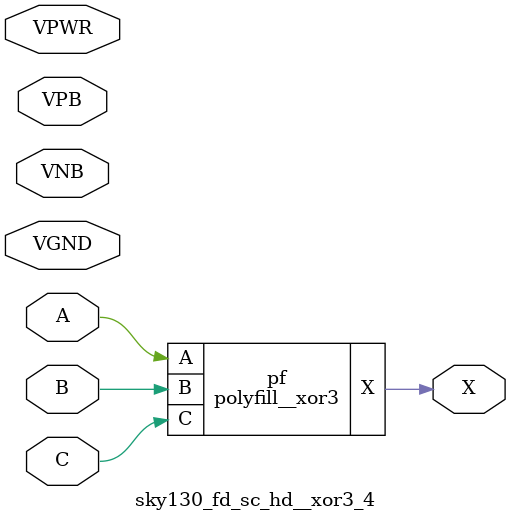
<source format=v>
`default_nettype none

module polyfill__universal_flop(input CLK, D, DE, RESET_B, SET_B, SCD, SCE, output reg Q, output Q_N);
always @(posedge CLK, negedge RESET_B, negedge SET_B) begin
    if(~SET_B) Q <= 1'b1;
    else if(~RESET_B) Q <= 1'b0;
    else if(SCE) Q <= SCD;
    else if(DE) Q <= D;
end
assign Q_N = ~Q;
endmodule

module polyfill__universal_latch(input D, GATE, RESET_B, output reg Q, output Q_N);
always @(*) begin
    if(~RESET_B) Q = 1'b0;
    else if(GATE) Q = D;
end
assign Q_N = ~Q;
endmodule

module polyfill__clock_gate(input CLK, GATE, output reg GCLK);
always @(CLK) begin
    GCLK = CLK & GATE;
end
endmodule

module polyfill__conb(output HI, LO); assign {HI, LO} = 2'b10; endmodule
module polyfill__buf(input A, output X); assign X = A; endmodule
module polyfill__inv(input A, output Y); assign Y = ~A; endmodule
module polyfill__and2(input A, B, output X); assign X = A & B; endmodule
module polyfill__and2b(input A_N, B, output X); assign X = ~A_N & B; endmodule
module polyfill__and3(input A, B, C, output X); assign X = A & B & C; endmodule
module polyfill__and3b(input A_N, B, C, output X); assign X = ~A_N & B & C; endmodule
module polyfill__and4(input A, B, C, D, output X); assign X = A & B & C & D; endmodule
module polyfill__and4b(input A_N, B, C, D, output X); assign X = ~A_N & B & C & D; endmodule
module polyfill__and4bb(input A_N, B_N, C, D, output X); assign X = ~A_N & ~B_N & C & D; endmodule
module polyfill__nand2(input A, B, output Y); assign Y = ~(A & B); endmodule
module polyfill__nand2b(input A_N, B, output Y); assign Y = ~(~A_N & B); endmodule
module polyfill__nand3(input A, B, C, output Y); assign Y = ~(A & B & C); endmodule
module polyfill__nand3b(input A_N, B, C, output Y); assign Y = ~(~A_N & B & C); endmodule
module polyfill__nand4(input A, B, C, D, output Y); assign Y = ~(A & B & C & D); endmodule
module polyfill__nand4b(input A_N, B, C, D, output Y); assign Y = ~(~A_N & B & C & D); endmodule
module polyfill__nand4bb(input A_N, B_N, C, D, output Y); assign Y = ~(~A_N & ~B_N & C & D); endmodule
module polyfill__or2(input A, B, output X); assign X = A | B; endmodule
module polyfill__or2b(input A, B_N, output X); assign X = A | ~B_N; endmodule
module polyfill__or3(input A, B, C, output X); assign X = A | B | C; endmodule
module polyfill__or3b(input A, B, C_N, output X); assign X = A | B | ~C_N; endmodule
module polyfill__or4(input A, B, C, D, output X); assign X = A | B | C | D; endmodule
module polyfill__or4b(input A, B, C, D_N, output X); assign X = A | B | C | ~D_N; endmodule
module polyfill__or4bb(input A, B, C_N, D_N, output X); assign X = A | B | ~C_N | ~D_N; endmodule
module polyfill__nor2(input A, B, output Y); assign Y = ~(A | B); endmodule
module polyfill__nor2b(input A, B_N, output Y); assign Y = ~(A | ~B_N); endmodule
module polyfill__nor3(input A, B, C, output Y); assign Y = ~(A | B | C); endmodule
module polyfill__nor3b(input A, B, C_N, output Y); assign Y = ~(A | B | ~C_N); endmodule
module polyfill__nor4(input A, B, C, D, output Y); assign Y = ~(A | B | C | D); endmodule
module polyfill__nor4b(input A, B, C, D_N, output Y); assign Y = ~(A | B | C | ~D_N); endmodule
module polyfill__nor4bb(input A, B, C_N, D_N, output Y); assign Y = ~(A | B | ~C_N | ~D_N); endmodule
module polyfill__xor2(input A, B, output X); assign X = A ^ B; endmodule
module polyfill__xor3(input A, B, C, output X); assign X = A ^ B ^ C; endmodule
module polyfill__xnor2(input A, B, output Y); assign Y = ~(A ^ B); endmodule
module polyfill__xnor3(input A, B, C, output X); assign X = ~(A ^ B ^ C); endmodule
module polyfill__a2111o(input A1, A2, B1, C1, D1, output X); assign X = (A1 & A2) | B1 | C1 | D1; endmodule
module polyfill__a2111oi(input A1, A2, B1, C1, D1, output Y); assign Y = ~((A1 & A2) | B1 | C1 | D1); endmodule
module polyfill__a211o(input A1, A2, B1, C1, output X); assign X = (A1 & A2) | B1 | C1;  endmodule
module polyfill__a211oi(input A1, A2, B1, C1, output Y); assign Y = ~((A1 & A2) | B1 | C1); endmodule
module polyfill__a21bo(input A1, A2, B1_N, output X); assign X = (A1 & A2) | ~B1_N; endmodule
module polyfill__a21boi(input A1, A2, B1_N, output Y); assign Y = ~((A1 & A2) | ~B1_N); endmodule
module polyfill__a21o(input A1, A2, B1, output X); assign X = (A1 & A2) | B1; endmodule
module polyfill__a21oi(input A1, A2, B1, output Y); assign Y = ~((A1 & A2) | B1); endmodule
module polyfill__a221o(input A1, A2, B1, B2, C1, output X); assign X = (A1 & A2) | (B1 & B2) | C1; endmodule
module polyfill__a221oi(input A1, A2, B1, B2, C1, output Y); assign Y = ~((A1 & A2) | (B1 & B2) | C1); endmodule
module polyfill__a222oi(input A1, A2, B1, B2, C1, C2, output Y); assign Y = ~((A1 & A2) | (B1 & B2) | (C1 & C2)); endmodule
module polyfill__a22o(input A1, A2, B1, B2, output X); assign X = (A1 & A2) | (B1 & B2); endmodule
module polyfill__a22oi(input A1, A2, B1, B2, output Y); assign Y = ~((A1 & A2) | (B1 & B2)); endmodule
module polyfill__a2bb2o(input A1_N, A2_N, B1, B2, output X); assign X = (~A1_N & ~A2_N) | (B1 & B2); endmodule
module polyfill__a2bb2oi(input A1_N, A2_N, B1, B2, output Y); assign Y = ~((~A1_N & ~A2_N) | (B1 & B2)); endmodule
module polyfill__a311o(input A1, A2, A3, B1, C1, output X); assign X = (A1 & A2 & A3) | B1 | C1; endmodule
module polyfill__a311oi(input A1, A2, A3, B1, C1, output Y); assign Y = ~((A1 & A2 & A3) | B1 | C1); endmodule
module polyfill__a31o(input A1, A2, A3, B1, output X); assign X = (A1 & A2 & A3) | B1; endmodule
module polyfill__a31oi(input A1, A2, A3, B1, output Y); assign Y = ~((A1 & A2 & A3) | B1); endmodule
module polyfill__a32o(input A1, A2, A3, B1, B2, output X); assign X = (A1 & A2 & A3) | (B1 & B2); endmodule
module polyfill__a32oi(input A1, A2, A3, B1, B2, output Y); assign Y = ~((A1 & A2 & A3) | (B1 & B2)); endmodule
module polyfill__a41o(input A1, A2, A3, A4, B1, output X); assign X = (A1 & A2 & A3 & A4) | B1; endmodule
module polyfill__a41oi(input A1, A2, A3, A4, B1, output Y); assign Y = ~((A1 & A2 & A3 & A4) | B1); endmodule
module polyfill__o2111a(input A1, A2, B1, C1, D1, output X); assign X = (A1 | A2) & B1 & C1 & D1; endmodule
module polyfill__o2111ai(input A1, A2, B1, C1, D1, output Y); assign Y = ~((A1 | A2) & B1 & C1 & D1); endmodule
module polyfill__o211a(input A1, A2, B1, C1, output X); assign X = (A1 | A2) & B1 & C1; endmodule
module polyfill__o211ai(input A1, A2, B1, C1, output Y); assign Y = ~((A1 | A2) & B1 & C1); endmodule
module polyfill__o21a(input A1, A2, B1, output X); assign X = (A1 | A2) & B1; endmodule
module polyfill__o21ai(input A1, A2, B1, output Y); assign Y = ~((A1 | A2) & B1); endmodule
module polyfill__o21ba(input A1, A2, B1_N, output X); assign X = (A1 | A2) & ~B1_N; endmodule
module polyfill__o21bai(input A1, A2, B1_N, output Y); assign Y = ~((A1 | A2) & ~B1_N); endmodule
module polyfill__o221a(input A1, A2, B1, B2, C1, output X); assign X = (A1 | A2) & (B1 | B2) & C1; endmodule
module polyfill__o221ai(input A1, A2, B1, B2, C1, output Y); assign Y = ~((A1 | A2) & (B1 | B2) & C1); endmodule
module polyfill__o22a(input A1, A2, B1, B2, output X); assign X = (A1 | A2) & (B1 | B2); endmodule
module polyfill__o22ai(input A1, A2, B1, B2, output Y); assign Y = ~((A1 | A2) & (B1 | B2)); endmodule
module polyfill__o2bb2a(input A1_N, A2_N, B1, B2, output X); assign X = (~A1_N | ~A2_N) & (B1 | B2); endmodule
module polyfill__o2bb2ai(input A1_N, A2_N, B1, B2, output Y); assign Y = ~((~A1_N | ~A2_N) & (B1 | B2)); endmodule
module polyfill__o311a(input A1, A2, A3, B1, C1, output X); assign X = (A1 | A2 | A3) & B1 & C1; endmodule
module polyfill__o311ai(input A1, A2, A3, B1, C1, output Y); assign Y = ~((A1 | A2 | A3) & B1 & C1); endmodule
module polyfill__o31a(input A1, A2, A3, B1, output X); assign X = (A1 | A2 | A3) & B1; endmodule
module polyfill__o31ai(input A1, A2, A3, B1, output Y); assign Y = ~((A1 | A2 | A3) & B1); endmodule
module polyfill__o32a(input A1, A2, A3, B1, B2, output X); assign X = (A1 | A2 | A3) & (B1 | B2); endmodule
module polyfill__o32ai(input A1, A2, A3, B1, B2, output Y); assign Y = ~((A1 | A2 | A3) & (B1 | B2)); endmodule
module polyfill__o41a(input A1, A2, A3, A4, B1, output X); assign X = (A1 | A2 | A3 | A4) & B1; endmodule
module polyfill__o41ai(input A1, A2, A3, A4, B1, output Y); assign Y = ~((A1 | A2 | A3 | A4) & B1); endmodule
module polyfill__mux2(input A0, A1, S, output X); assign X = S ? A1 : A0; endmodule
module polyfill__mux2i(input A0, A1, S, output Y); assign Y = ~(S ? A1 : A0); endmodule
module polyfill__mux4(input A0, A1, A2, A3, S0, S1, output X); assign X = S1 ? (S0 ? A3 : A2) : (S0 ? A1 : A0); endmodule
module polyfill__maj3(input A, B, C, output X); assign X = {1'b0, A} + {1'b0, B} + {1'b0, C} >= 2'b10; endmodule
module polyfill__ha(input A, B, output COUT, SUM); assign {COUT, SUM} = {1'b0, A} + {1'b0, B}; endmodule
module polyfill__fa(input A, B, CIN, output COUT, SUM); assign {COUT, SUM} = {1'b0, A} + {1'b0, B} + {1'b0, CIN}; endmodule
module polyfill__fah(input A, B, CI, output COUT, SUM); assign {COUT, SUM} = {1'b0, A} + {1'b0, B} + {1'b0, CI}; endmodule
module polyfill__fahcin(input A, B, CIN, output COUT, SUM); assign {COUT, SUM} = {1'b0, A} + {1'b0, B} + {1'b0, ~CIN}; endmodule
module polyfill__fahcon(input A, B, CI, output COUT_N, SUM); assign {COUT_N, SUM} = {1'b0, A} + {1'b0, B} + {1'b1, CI}; endmodule
module polyfill__ebufn(input A, TE_B, output Z); assign Z = TE_B ? 1'bz : A; endmodule
module polyfill__einvn(input A, TE_B, output Z); assign Z = TE_B ? 1'bz : ~A; endmodule
module polyfill__einvp(input A, TE, output Z); assign Z = TE ? ~A : 1'bz;  endmodule

module polyfill__bufbuf(input A, output X); assign X = A; endmodule
module polyfill__bufinv(input A, output Y); assign Y = ~A; endmodule
module polyfill__clkbuf(input A, output X); assign X = A; endmodule
module polyfill__clkdlybuf4s15(input A, output X); assign X = A; endmodule
module polyfill__clkdlybuf4s18(input A, output X); assign X = A; endmodule
module polyfill__clkdlybuf4s25(input A, output X); assign X = A; endmodule
module polyfill__clkdlybuf4s50(input A, output X); assign X = A; endmodule
module polyfill__clkinv(input A, output Y); assign Y = ~A; endmodule
module polyfill__clkinvlp(input A, output Y); assign Y = ~A; endmodule
module polyfill__dlygate4sd1(input A, output X); assign X = A; endmodule
module polyfill__dlygate4sd2(input A, output X); assign X = A; endmodule
module polyfill__dlygate4sd3(input A, output X); assign X = A; endmodule
module polyfill__dlymetal6s2s(input A, output X); assign X = A; endmodule
module polyfill__dlymetal6s4s(input A, output X); assign X = A; endmodule
module polyfill__dlymetal6s6s(input A, output X); assign X = A; endmodule
module polyfill__lpflow_inputiso0n(input A, SLEEP_B, output X); assign X = A & SLEEP_B; endmodule
module polyfill__lpflow_inputiso0p(input A, SLEEP, output X); assign X = A & ~SLEEP; endmodule
module polyfill__lpflow_inputiso1n(input A, SLEEP_B, output X); assign X = A | ~SLEEP_B; endmodule
module polyfill__lpflow_inputiso1p(input A, SLEEP, output X); assign X = A | SLEEP; endmodule
module polyfill__lpflow_isobufsrc(input A, SLEEP, output X); assign X = A & ~SLEEP; endmodule

module polyfill__dfbbn(input CLK_N, D, RESET_B, SET_B, output Q, Q_N); polyfill__universal_flop uf(.CLK(~CLK_N), .D, .DE(1'b1), .RESET_B, .SET_B, .SCD(1'b0), .SCE(1'b0), .Q, .Q_N); endmodule 
module polyfill__dfbbp(input CLK, D, RESET_B, SET_B, output Q, Q_N); polyfill__universal_flop uf(.CLK, .D, .DE(1'b1), .RESET_B, .SET_B, .SCD(1'b0), .SCE(1'b0), .Q, .Q_N); endmodule 
module polyfill__dfrbp(input CLK, D, RESET_B, output Q, Q_N); polyfill__universal_flop uf(.CLK, .D, .DE(1'b1), .RESET_B, .SET_B(1'b1), .SCD(1'b0), .SCE(1'b0), .Q, .Q_N); endmodule 
module polyfill__dfrtn(input CLK_N, D, RESET_B, output Q); wire _Q_N; polyfill__universal_flop uf(.CLK(~CLK_N), .D, .DE(1'b1), .RESET_B, .SET_B(1'b1), .SCD(1'b0), .SCE(1'b0), .Q, .Q_N(_Q_N)); endmodule
module polyfill__dfrtp(input CLK, D, RESET_B, output Q); wire _Q_N; polyfill__universal_flop uf(.CLK, .D, .DE(1'b1), .RESET_B, .SET_B(1'b1), .SCD(1'b0), .SCE(1'b0), .Q, .Q_N(_Q_N)); endmodule
module polyfill__dfsbp(input CLK, D, SET_B, output Q, Q_N); polyfill__universal_flop uf(.CLK, .D, .DE(1'b1), .RESET_B(1'b1), .SET_B, .SCD(1'b0), .SCE(1'b0), .Q, .Q_N); endmodule
module polyfill__dfstp(input CLK, D, SET_B, output Q); wire _Q_N; polyfill__universal_flop uf(.CLK, .D, .DE(1'b1), .RESET_B(1'b1), .SET_B, .SCD(1'b0), .SCE(1'b0), .Q, .Q_N(_Q_N)); endmodule
module polyfill__dfxbp(input CLK, D, output Q, Q_N); polyfill__universal_flop uf(.CLK, .D, .DE(1'b1), .RESET_B(1'b1), .SET_B(1'b1), .SCD(1'b0), .SCE(1'b0), .Q, .Q_N); endmodule
module polyfill__dfxtp(input CLK, D, output Q); wire _Q_N; polyfill__universal_flop uf(.CLK, .D, .DE(1'b1), .RESET_B(1'b1), .SET_B(1'b1), .SCD(1'b0), .SCE(1'b0), .Q, .Q_N(_Q_N)); endmodule
module polyfill__edfxbp(input CLK, D, DE, output Q, Q_N); polyfill__universal_flop uf(.CLK, .D, .DE, .RESET_B(1'b1), .SET_B(1'b1), .SCD(1'b0), .SCE(1'b0), .Q, .Q_N); endmodule
module polyfill__edfxtp(input CLK, D, DE, output Q); wire _Q_N; polyfill__universal_flop uf(.CLK, .D, .DE, .RESET_B(1'b1), .SET_B(1'b1), .SCD(1'b0), .SCE(1'b0), .Q, .Q_N(_Q_N)); endmodule
module polyfill__sdfbbn(input CLK_N, D, RESET_B, SET_B, SCD, SCE, output Q, Q_N); polyfill__universal_flop uf(.CLK(~CLK_N), .D, .DE(1'b1), .RESET_B, .SET_B, .SCD, .SCE, .Q, .Q_N); endmodule 
module polyfill__sdfbbp(input CLK, D, RESET_B, SET_B, SCD, SCE, output Q, Q_N); polyfill__universal_flop uf(.CLK, .D, .DE(1'b1), .RESET_B, .SET_B, .SCD, .SCE, .Q, .Q_N); endmodule 
module polyfill__sdfrbp(input CLK, D, RESET_B, SCD, SCE, output Q, Q_N); polyfill__universal_flop uf(.CLK, .D, .DE(1'b1), .RESET_B, .SET_B(1'b1), .SCD, .SCE, .Q, .Q_N); endmodule 
module polyfill__sdfrtn(input CLK_N, D, RESET_B, SCD, SCE, output Q); wire _Q_N; polyfill__universal_flop uf(.CLK(~CLK_N), .D, .DE(1'b1), .RESET_B, .SET_B(1'b1), .SCD, .SCE, .Q, .Q_N(_Q_N)); endmodule
module polyfill__sdfrtp(input CLK, D, RESET_B, SCD, SCE, output Q); wire _Q_N; polyfill__universal_flop uf(.CLK, .D, .DE(1'b1), .RESET_B, .SET_B(1'b1), .SCD, .SCE, .Q, .Q_N(_Q_N)); endmodule
module polyfill__sdfsbp(input CLK, D, SET_B, SCD, SCE, output Q, Q_N); polyfill__universal_flop uf(.CLK, .D, .DE(1'b1), .RESET_B(1'b1), .SET_B, .SCD, .SCE, .Q, .Q_N); endmodule
module polyfill__sdfstp(input CLK, D, SET_B, SCD, SCE, output Q); wire _Q_N; polyfill__universal_flop uf(.CLK, .D, .DE(1'b1), .RESET_B(1'b1), .SET_B, .SCD, .SCE, .Q, .Q_N(_Q_N)); endmodule
module polyfill__sdfxbp(input CLK, D, SCD, SCE, output Q, Q_N); polyfill__universal_flop uf(.CLK, .D, .DE(1'b1), .RESET_B(1'b1), .SET_B(1'b1), .SCD, .SCE, .Q, .Q_N); endmodule
module polyfill__sdfxtp(input CLK, D, SCD, SCE, output Q); wire _Q_N; polyfill__universal_flop uf(.CLK, .D, .DE(1'b1), .RESET_B(1'b1), .SET_B(1'b1), .SCD, .SCE, .Q, .Q_N(_Q_N)); endmodule
module polyfill__sedfxbp(input CLK, D, DE, SCD, SCE, output Q, Q_N); polyfill__universal_flop uf(.CLK, .D, .DE, .RESET_B(1'b1), .SET_B(1'b1), .SCD, .SCE, .Q, .Q_N); endmodule
module polyfill__sedfxtp(input CLK, D, DE, SCD, SCE, output Q); wire _Q_N; polyfill__universal_flop uf(.CLK, .D, .DE, .RESET_B(1'b1), .SET_B(1'b1), .SCD, .SCE, .Q, .Q_N(_Q_N)); endmodule

module polyfill__dlrbn(input D, GATE_N, RESET_B, output Q, Q_N); polyfill__universal_latch ul(.D, .GATE(~GATE_N), .RESET_B, .Q, .Q_N); endmodule
module polyfill__dlrbp(input D, GATE, RESET_B, output Q, Q_N); polyfill__universal_latch ul(.D, .GATE, .RESET_B, .Q, .Q_N); endmodule
module polyfill__dlrtn(input D, GATE_N, RESET_B, output Q); wire _Q_N; polyfill__universal_latch ul(.D, .GATE(~GATE_N), .RESET_B, .Q, .Q_N(_Q_N)); endmodule
module polyfill__dlrtp(input D, GATE, RESET_B, output Q); wire _Q_N; polyfill__universal_latch ul(.D, .GATE, .RESET_B, .Q, .Q_N(_Q_N)); endmodule
module polyfill__dlxbn(input D, GATE_N, output Q, Q_N); polyfill__universal_latch ul(.D, .GATE(~GATE_N), .RESET_B(1'b1), .Q, .Q_N); endmodule
module polyfill__dlxbp(input D, GATE, output Q, Q_N); polyfill__universal_latch ul(.D, .GATE, .RESET_B(1'b1), .Q, .Q_N); endmodule
module polyfill__dlxtn(input D, GATE_N, output Q); wire _Q_N; polyfill__universal_latch ul(.D, .GATE(~GATE_N), .RESET_B(1'b1), .Q, .Q_N(_Q_N)); endmodule
module polyfill__dlxtp(input D, GATE, output Q); wire _Q_N; polyfill__universal_latch ul(.D, .GATE, .RESET_B(1'b1), .Q, .Q_N(_Q_N)); endmodule
module polyfill__lpflow_inputisolatch(input D, SLEEP_B, output Q); wire _Q_N; polyfill__universal_latch ul(.D, .GATE(SLEEP_B), .RESET_B(1'b1), .Q, .Q_N(_Q_N)); endmodule

module polyfill__dlclkp(input CLK, GATE, output GCLK); polyfill__clock_gate cg(.CLK, .GATE, .GCLK); endmodule
module polyfill__sdlclkp(input CLK, GATE, SCE, output GCLK); polyfill__clock_gate cg(.CLK, .GATE(GATE | SCE), .GCLK); endmodule

(* noblackbox *) module polyfill__fill(); endmodule
(* noblackbox *) module polyfill__decap(); endmodule
(* noblackbox *) module polyfill__diode(input DIODE); endmodule
(* noblackbox *) module polyfill__tap(); endmodule
(* noblackbox *) module polyfill__tapvgnd(); endmodule
(* noblackbox *) module polyfill__tapvgnd2(); endmodule
(* noblackbox *) module polyfill__tapvpwrvgnd(); endmodule

module sky130_fd_sc_hd__a2111o_1(input VPWR, VGND, VPB, VNB, A1, A2, B1, C1, D1, output X); polyfill__a2111o pf(.A1, .A2, .B1, .C1, .D1, .X); endmodule
module sky130_fd_sc_hd__a2111o_2(input VPWR, VGND, VPB, VNB, A1, A2, B1, C1, D1, output X); polyfill__a2111o pf(.A1, .A2, .B1, .C1, .D1, .X); endmodule
module sky130_fd_sc_hd__a2111o_4(input VPWR, VGND, VPB, VNB, A1, A2, B1, C1, D1, output X); polyfill__a2111o pf(.A1, .A2, .B1, .C1, .D1, .X); endmodule
module sky130_fd_sc_hd__a2111oi_0(input VPWR, VGND, VPB, VNB, A1, A2, B1, C1, D1, output Y); polyfill__a2111oi pf(.A1, .A2, .B1, .C1, .D1, .Y); endmodule
module sky130_fd_sc_hd__a2111oi_1(input VPWR, VGND, VPB, VNB, A1, A2, B1, C1, D1, output Y); polyfill__a2111oi pf(.A1, .A2, .B1, .C1, .D1, .Y); endmodule
module sky130_fd_sc_hd__a2111oi_2(input VPWR, VGND, VPB, VNB, A1, A2, B1, C1, D1, output Y); polyfill__a2111oi pf(.A1, .A2, .B1, .C1, .D1, .Y); endmodule
module sky130_fd_sc_hd__a2111oi_4(input VPWR, VGND, VPB, VNB, A1, A2, B1, C1, D1, output Y); polyfill__a2111oi pf(.A1, .A2, .B1, .C1, .D1, .Y); endmodule
module sky130_fd_sc_hd__a211o_1(input VPWR, VGND, VPB, VNB, A1, A2, B1, C1, output X); polyfill__a211o pf(.A1, .A2, .B1, .C1, .X); endmodule
module sky130_fd_sc_hd__a211o_2(input VPWR, VGND, VPB, VNB, A1, A2, B1, C1, output X); polyfill__a211o pf(.A1, .A2, .B1, .C1, .X); endmodule
module sky130_fd_sc_hd__a211o_4(input VPWR, VGND, VPB, VNB, A1, A2, B1, C1, output X); polyfill__a211o pf(.A1, .A2, .B1, .C1, .X); endmodule
module sky130_fd_sc_hd__a211oi_1(input VPWR, VGND, VPB, VNB, A1, A2, B1, C1, output Y); polyfill__a211oi pf(.A1, .A2, .B1, .C1, .Y); endmodule
module sky130_fd_sc_hd__a211oi_2(input VPWR, VGND, VPB, VNB, A1, A2, B1, C1, output Y); polyfill__a211oi pf(.A1, .A2, .B1, .C1, .Y); endmodule
module sky130_fd_sc_hd__a211oi_4(input VPWR, VGND, VPB, VNB, A1, A2, B1, C1, output Y); polyfill__a211oi pf(.A1, .A2, .B1, .C1, .Y); endmodule
module sky130_fd_sc_hd__a21bo_1(input VPWR, VGND, VPB, VNB, A1, A2, B1_N, output X); polyfill__a21bo pf(.A1, .A2, .B1_N, .X); endmodule
module sky130_fd_sc_hd__a21bo_2(input VPWR, VGND, VPB, VNB, A1, A2, B1_N, output X); polyfill__a21bo pf(.A1, .A2, .B1_N, .X); endmodule
module sky130_fd_sc_hd__a21bo_4(input VPWR, VGND, VPB, VNB, A1, A2, B1_N, output X); polyfill__a21bo pf(.A1, .A2, .B1_N, .X); endmodule
module sky130_fd_sc_hd__a21boi_0(input VPWR, VGND, VPB, VNB, A1, A2, B1_N, output Y); polyfill__a21boi pf(.A1, .A2, .B1_N, .Y); endmodule
module sky130_fd_sc_hd__a21boi_1(input VPWR, VGND, VPB, VNB, A1, A2, B1_N, output Y); polyfill__a21boi pf(.A1, .A2, .B1_N, .Y); endmodule
module sky130_fd_sc_hd__a21boi_2(input VPWR, VGND, VPB, VNB, A1, A2, B1_N, output Y); polyfill__a21boi pf(.A1, .A2, .B1_N, .Y); endmodule
module sky130_fd_sc_hd__a21boi_4(input VPWR, VGND, VPB, VNB, A1, A2, B1_N, output Y); polyfill__a21boi pf(.A1, .A2, .B1_N, .Y); endmodule
module sky130_fd_sc_hd__a21o_1(input VPWR, VGND, VPB, VNB, A1, A2, B1, output X); polyfill__a21o pf(.A1, .A2, .B1, .X); endmodule
module sky130_fd_sc_hd__a21o_2(input VPWR, VGND, VPB, VNB, A1, A2, B1, output X); polyfill__a21o pf(.A1, .A2, .B1, .X); endmodule
module sky130_fd_sc_hd__a21o_4(input VPWR, VGND, VPB, VNB, A1, A2, B1, output X); polyfill__a21o pf(.A1, .A2, .B1, .X); endmodule
module sky130_fd_sc_hd__a21oi_1(input VPWR, VGND, VPB, VNB, A1, A2, B1, output Y); polyfill__a21oi pf(.A1, .A2, .B1, .Y); endmodule
module sky130_fd_sc_hd__a21oi_2(input VPWR, VGND, VPB, VNB, A1, A2, B1, output Y); polyfill__a21oi pf(.A1, .A2, .B1, .Y); endmodule
module sky130_fd_sc_hd__a21oi_4(input VPWR, VGND, VPB, VNB, A1, A2, B1, output Y); polyfill__a21oi pf(.A1, .A2, .B1, .Y); endmodule
module sky130_fd_sc_hd__a221o_1(input VPWR, VGND, VPB, VNB, A1, A2, B1, B2, C1, output X); polyfill__a221o pf(.A1, .A2, .B1, .B2, .C1, .X); endmodule
module sky130_fd_sc_hd__a221o_2(input VPWR, VGND, VPB, VNB, A1, A2, B1, B2, C1, output X); polyfill__a221o pf(.A1, .A2, .B1, .B2, .C1, .X); endmodule
module sky130_fd_sc_hd__a221o_4(input VPWR, VGND, VPB, VNB, A1, A2, B1, B2, C1, output X); polyfill__a221o pf(.A1, .A2, .B1, .B2, .C1, .X); endmodule
module sky130_fd_sc_hd__a221oi_1(input VPWR, VGND, VPB, VNB, A1, A2, B1, B2, C1, output Y); polyfill__a221oi pf(.A1, .A2, .B1, .B2, .C1, .Y); endmodule
module sky130_fd_sc_hd__a221oi_2(input VPWR, VGND, VPB, VNB, A1, A2, B1, B2, C1, output Y); polyfill__a221oi pf(.A1, .A2, .B1, .B2, .C1, .Y); endmodule
module sky130_fd_sc_hd__a221oi_4(input VPWR, VGND, VPB, VNB, A1, A2, B1, B2, C1, output Y); polyfill__a221oi pf(.A1, .A2, .B1, .B2, .C1, .Y); endmodule
module sky130_fd_sc_hd__a222oi_1(input VPWR, VGND, VPB, VNB, A1, A2, B1, B2, C1, C2, output Y); polyfill__a222oi pf(.A1, .A2, .B1, .B2, .C1, .C2, .Y); endmodule
module sky130_fd_sc_hd__a22o_1(input VPWR, VGND, VPB, VNB, A1, A2, B1, B2, output X); polyfill__a22o pf(.A1, .A2, .B1, .B2, .X); endmodule
module sky130_fd_sc_hd__a22o_2(input VPWR, VGND, VPB, VNB, A1, A2, B1, B2, output X); polyfill__a22o pf(.A1, .A2, .B1, .B2, .X); endmodule
module sky130_fd_sc_hd__a22o_4(input VPWR, VGND, VPB, VNB, A1, A2, B1, B2, output X); polyfill__a22o pf(.A1, .A2, .B1, .B2, .X); endmodule
module sky130_fd_sc_hd__a22oi_1(input VPWR, VGND, VPB, VNB, A1, A2, B1, B2, output Y); polyfill__a22oi pf(.A1, .A2, .B1, .B2, .Y); endmodule
module sky130_fd_sc_hd__a22oi_2(input VPWR, VGND, VPB, VNB, A1, A2, B1, B2, output Y); polyfill__a22oi pf(.A1, .A2, .B1, .B2, .Y); endmodule
module sky130_fd_sc_hd__a22oi_4(input VPWR, VGND, VPB, VNB, A1, A2, B1, B2, output Y); polyfill__a22oi pf(.A1, .A2, .B1, .B2, .Y); endmodule
module sky130_fd_sc_hd__a2bb2o_1(input VPWR, VGND, VPB, VNB, A1_N, A2_N, B1, B2, output X); polyfill__a2bb2o pf(.A1_N, .A2_N, .B1, .B2, .X); endmodule
module sky130_fd_sc_hd__a2bb2o_2(input VPWR, VGND, VPB, VNB, A1_N, A2_N, B1, B2, output X); polyfill__a2bb2o pf(.A1_N, .A2_N, .B1, .B2, .X); endmodule
module sky130_fd_sc_hd__a2bb2o_4(input VPWR, VGND, VPB, VNB, A1_N, A2_N, B1, B2, output X); polyfill__a2bb2o pf(.A1_N, .A2_N, .B1, .B2, .X); endmodule
module sky130_fd_sc_hd__a2bb2oi_1(input VPWR, VGND, VPB, VNB, A1_N, A2_N, B1, B2, output Y); polyfill__a2bb2oi pf(.A1_N, .A2_N, .B1, .B2, .Y); endmodule
module sky130_fd_sc_hd__a2bb2oi_2(input VPWR, VGND, VPB, VNB, A1_N, A2_N, B1, B2, output Y); polyfill__a2bb2oi pf(.A1_N, .A2_N, .B1, .B2, .Y); endmodule
module sky130_fd_sc_hd__a2bb2oi_4(input VPWR, VGND, VPB, VNB, A1_N, A2_N, B1, B2, output Y); polyfill__a2bb2oi pf(.A1_N, .A2_N, .B1, .B2, .Y); endmodule
module sky130_fd_sc_hd__a311o_1(input VPWR, VGND, VPB, VNB, A1, A2, A3, B1, C1, output X); polyfill__a311o pf(.A1, .A2, .A3, .B1, .C1, .X); endmodule
module sky130_fd_sc_hd__a311o_2(input VPWR, VGND, VPB, VNB, A1, A2, A3, B1, C1, output X); polyfill__a311o pf(.A1, .A2, .A3, .B1, .C1, .X); endmodule
module sky130_fd_sc_hd__a311o_4(input VPWR, VGND, VPB, VNB, A1, A2, A3, B1, C1, output X); polyfill__a311o pf(.A1, .A2, .A3, .B1, .C1, .X); endmodule
module sky130_fd_sc_hd__a311oi_1(input VPWR, VGND, VPB, VNB, A1, A2, A3, B1, C1, output Y); polyfill__a311oi pf(.A1, .A2, .A3, .B1, .C1, .Y); endmodule
module sky130_fd_sc_hd__a311oi_2(input VPWR, VGND, VPB, VNB, A1, A2, A3, B1, C1, output Y); polyfill__a311oi pf(.A1, .A2, .A3, .B1, .C1, .Y); endmodule
module sky130_fd_sc_hd__a311oi_4(input VPWR, VGND, VPB, VNB, A1, A2, A3, B1, C1, output Y); polyfill__a311oi pf(.A1, .A2, .A3, .B1, .C1, .Y); endmodule
module sky130_fd_sc_hd__a31o_1(input VPWR, VGND, VPB, VNB, A1, A2, A3, B1, output X); polyfill__a31o pf(.A1, .A2, .A3, .B1, .X); endmodule
module sky130_fd_sc_hd__a31o_2(input VPWR, VGND, VPB, VNB, A1, A2, A3, B1, output X); polyfill__a31o pf(.A1, .A2, .A3, .B1, .X); endmodule
module sky130_fd_sc_hd__a31o_4(input VPWR, VGND, VPB, VNB, A1, A2, A3, B1, output X); polyfill__a31o pf(.A1, .A2, .A3, .B1, .X); endmodule
module sky130_fd_sc_hd__a31oi_1(input VPWR, VGND, VPB, VNB, A1, A2, A3, B1, output Y); polyfill__a31oi pf(.A1, .A2, .A3, .B1, .Y); endmodule
module sky130_fd_sc_hd__a31oi_2(input VPWR, VGND, VPB, VNB, A1, A2, A3, B1, output Y); polyfill__a31oi pf(.A1, .A2, .A3, .B1, .Y); endmodule
module sky130_fd_sc_hd__a31oi_4(input VPWR, VGND, VPB, VNB, A1, A2, A3, B1, output Y); polyfill__a31oi pf(.A1, .A2, .A3, .B1, .Y); endmodule
module sky130_fd_sc_hd__a32o_1(input VPWR, VGND, VPB, VNB, A1, A2, A3, B1, B2, output X); polyfill__a32o pf(.A1, .A2, .A3, .B1, .B2, .X); endmodule
module sky130_fd_sc_hd__a32o_2(input VPWR, VGND, VPB, VNB, A1, A2, A3, B1, B2, output X); polyfill__a32o pf(.A1, .A2, .A3, .B1, .B2, .X); endmodule
module sky130_fd_sc_hd__a32o_4(input VPWR, VGND, VPB, VNB, A1, A2, A3, B1, B2, output X); polyfill__a32o pf(.A1, .A2, .A3, .B1, .B2, .X); endmodule
module sky130_fd_sc_hd__a32oi_1(input VPWR, VGND, VPB, VNB, A1, A2, A3, B1, B2, output Y); polyfill__a32oi pf(.A1, .A2, .A3, .B1, .B2, .Y); endmodule
module sky130_fd_sc_hd__a32oi_2(input VPWR, VGND, VPB, VNB, A1, A2, A3, B1, B2, output Y); polyfill__a32oi pf(.A1, .A2, .A3, .B1, .B2, .Y); endmodule
module sky130_fd_sc_hd__a32oi_4(input VPWR, VGND, VPB, VNB, A1, A2, A3, B1, B2, output Y); polyfill__a32oi pf(.A1, .A2, .A3, .B1, .B2, .Y); endmodule
module sky130_fd_sc_hd__a41o_1(input VPWR, VGND, VPB, VNB, A1, A2, A3, A4, B1, output X); polyfill__a41o pf(.A1, .A2, .A3, .A4, .B1, .X); endmodule
module sky130_fd_sc_hd__a41o_2(input VPWR, VGND, VPB, VNB, A1, A2, A3, A4, B1, output X); polyfill__a41o pf(.A1, .A2, .A3, .A4, .B1, .X); endmodule
module sky130_fd_sc_hd__a41o_4(input VPWR, VGND, VPB, VNB, A1, A2, A3, A4, B1, output X); polyfill__a41o pf(.A1, .A2, .A3, .A4, .B1, .X); endmodule
module sky130_fd_sc_hd__a41oi_1(input VPWR, VGND, VPB, VNB, A1, A2, A3, A4, B1, output Y); polyfill__a41oi pf(.A1, .A2, .A3, .A4, .B1, .Y); endmodule
module sky130_fd_sc_hd__a41oi_2(input VPWR, VGND, VPB, VNB, A1, A2, A3, A4, B1, output Y); polyfill__a41oi pf(.A1, .A2, .A3, .A4, .B1, .Y); endmodule
module sky130_fd_sc_hd__a41oi_4(input VPWR, VGND, VPB, VNB, A1, A2, A3, A4, B1, output Y); polyfill__a41oi pf(.A1, .A2, .A3, .A4, .B1, .Y); endmodule
module sky130_fd_sc_hd__and2_0(input VPWR, VGND, VPB, VNB, A, B, output X); polyfill__and2 pf(.A, .B, .X); endmodule
module sky130_fd_sc_hd__and2_1(input VPWR, VGND, VPB, VNB, A, B, output X); polyfill__and2 pf(.A, .B, .X); endmodule
module sky130_fd_sc_hd__and2_2(input VPWR, VGND, VPB, VNB, A, B, output X); polyfill__and2 pf(.A, .B, .X); endmodule
module sky130_fd_sc_hd__and2_4(input VPWR, VGND, VPB, VNB, A, B, output X); polyfill__and2 pf(.A, .B, .X); endmodule
module sky130_fd_sc_hd__and2b_1(input VPWR, VGND, VPB, VNB, A_N, B, output X); polyfill__and2b pf(.A_N, .B, .X); endmodule
module sky130_fd_sc_hd__and2b_2(input VPWR, VGND, VPB, VNB, A_N, B, output X); polyfill__and2b pf(.A_N, .B, .X); endmodule
module sky130_fd_sc_hd__and2b_4(input VPWR, VGND, VPB, VNB, A_N, B, output X); polyfill__and2b pf(.A_N, .B, .X); endmodule
module sky130_fd_sc_hd__and3_1(input VPWR, VGND, VPB, VNB, A, B, C, output X); polyfill__and3 pf(.A, .B, .C, .X); endmodule
module sky130_fd_sc_hd__and3_2(input VPWR, VGND, VPB, VNB, A, B, C, output X); polyfill__and3 pf(.A, .B, .C, .X); endmodule
module sky130_fd_sc_hd__and3_4(input VPWR, VGND, VPB, VNB, A, B, C, output X); polyfill__and3 pf(.A, .B, .C, .X); endmodule
module sky130_fd_sc_hd__and3b_1(input VPWR, VGND, VPB, VNB, A_N, B, C, output X); polyfill__and3b pf(.A_N, .B, .C, .X); endmodule
module sky130_fd_sc_hd__and3b_2(input VPWR, VGND, VPB, VNB, A_N, B, C, output X); polyfill__and3b pf(.A_N, .B, .C, .X); endmodule
module sky130_fd_sc_hd__and3b_4(input VPWR, VGND, VPB, VNB, A_N, B, C, output X); polyfill__and3b pf(.A_N, .B, .C, .X); endmodule
module sky130_fd_sc_hd__and4_1(input VPWR, VGND, VPB, VNB, A, B, C, D, output X); polyfill__and4 pf(.A, .B, .C, .D, .X); endmodule
module sky130_fd_sc_hd__and4_2(input VPWR, VGND, VPB, VNB, A, B, C, D, output X); polyfill__and4 pf(.A, .B, .C, .D, .X); endmodule
module sky130_fd_sc_hd__and4_4(input VPWR, VGND, VPB, VNB, A, B, C, D, output X); polyfill__and4 pf(.A, .B, .C, .D, .X); endmodule
module sky130_fd_sc_hd__and4b_1(input VPWR, VGND, VPB, VNB, A_N, B, C, D, output X); polyfill__and4b pf(.A_N, .B, .C, .D, .X); endmodule
module sky130_fd_sc_hd__and4b_2(input VPWR, VGND, VPB, VNB, A_N, B, C, D, output X); polyfill__and4b pf(.A_N, .B, .C, .D, .X); endmodule
module sky130_fd_sc_hd__and4b_4(input VPWR, VGND, VPB, VNB, A_N, B, C, D, output X); polyfill__and4b pf(.A_N, .B, .C, .D, .X); endmodule
module sky130_fd_sc_hd__and4bb_1(input VPWR, VGND, VPB, VNB, A_N, B_N, C, D, output X); polyfill__and4bb pf(.A_N, .B_N, .C, .D, .X); endmodule
module sky130_fd_sc_hd__and4bb_2(input VPWR, VGND, VPB, VNB, A_N, B_N, C, D, output X); polyfill__and4bb pf(.A_N, .B_N, .C, .D, .X); endmodule
module sky130_fd_sc_hd__and4bb_4(input VPWR, VGND, VPB, VNB, A_N, B_N, C, D, output X); polyfill__and4bb pf(.A_N, .B_N, .C, .D, .X); endmodule
module sky130_fd_sc_hd__buf_1(input VPWR, VGND, VPB, VNB, A, output X); polyfill__buf pf(.A, .X); endmodule
module sky130_fd_sc_hd__buf_2(input VPWR, VGND, VPB, VNB, A, output X); polyfill__buf pf(.A, .X); endmodule
module sky130_fd_sc_hd__buf_4(input VPWR, VGND, VPB, VNB, A, output X); polyfill__buf pf(.A, .X); endmodule
module sky130_fd_sc_hd__buf_6(input VPWR, VGND, VPB, VNB, A, output X); polyfill__buf pf(.A, .X); endmodule
module sky130_fd_sc_hd__buf_8(input VPWR, VGND, VPB, VNB, A, output X); polyfill__buf pf(.A, .X); endmodule
module sky130_fd_sc_hd__buf_12(input VPWR, VGND, VPB, VNB, A, output X); polyfill__buf pf(.A, .X); endmodule
module sky130_fd_sc_hd__buf_16(input VPWR, VGND, VPB, VNB, A, output X); polyfill__buf pf(.A, .X); endmodule
module sky130_fd_sc_hd__bufbuf_8(input VPWR, VGND, VPB, VNB, A, output X); polyfill__bufbuf pf(.A, .X); endmodule
module sky130_fd_sc_hd__bufbuf_16(input VPWR, VGND, VPB, VNB, A, output X); polyfill__bufbuf pf(.A, .X); endmodule
module sky130_fd_sc_hd__bufinv_8(input VPWR, VGND, VPB, VNB, A, output Y); polyfill__bufinv pf(.A, .Y); endmodule
module sky130_fd_sc_hd__bufinv_16(input VPWR, VGND, VPB, VNB, A, output Y); polyfill__bufinv pf(.A, .Y); endmodule
module sky130_fd_sc_hd__clkbuf_1(input VPWR, VGND, VPB, VNB, A, output X); polyfill__clkbuf pf(.A, .X); endmodule
module sky130_fd_sc_hd__clkbuf_2(input VPWR, VGND, VPB, VNB, A, output X); polyfill__clkbuf pf(.A, .X); endmodule
module sky130_fd_sc_hd__clkbuf_4(input VPWR, VGND, VPB, VNB, A, output X); polyfill__clkbuf pf(.A, .X); endmodule
module sky130_fd_sc_hd__clkbuf_8(input VPWR, VGND, VPB, VNB, A, output X); polyfill__clkbuf pf(.A, .X); endmodule
module sky130_fd_sc_hd__clkbuf_16(input VPWR, VGND, VPB, VNB, A, output X); polyfill__clkbuf pf(.A, .X); endmodule
module sky130_fd_sc_hd__clkdlybuf4s15_1(input VPWR, VGND, VPB, VNB, A, output X); polyfill__clkdlybuf4s15 pf(.A, .X); endmodule
module sky130_fd_sc_hd__clkdlybuf4s15_2(input VPWR, VGND, VPB, VNB, A, output X); polyfill__clkdlybuf4s15 pf(.A, .X); endmodule
module sky130_fd_sc_hd__clkdlybuf4s18_1(input VPWR, VGND, VPB, VNB, A, output X); polyfill__clkdlybuf4s18 pf(.A, .X); endmodule
module sky130_fd_sc_hd__clkdlybuf4s18_2(input VPWR, VGND, VPB, VNB, A, output X); polyfill__clkdlybuf4s18 pf(.A, .X); endmodule
module sky130_fd_sc_hd__clkdlybuf4s25_1(input VPWR, VGND, VPB, VNB, A, output X); polyfill__clkdlybuf4s25 pf(.A, .X); endmodule
module sky130_fd_sc_hd__clkdlybuf4s25_2(input VPWR, VGND, VPB, VNB, A, output X); polyfill__clkdlybuf4s25 pf(.A, .X); endmodule
module sky130_fd_sc_hd__clkdlybuf4s50_1(input VPWR, VGND, VPB, VNB, A, output X); polyfill__clkdlybuf4s50 pf(.A, .X); endmodule
module sky130_fd_sc_hd__clkdlybuf4s50_2(input VPWR, VGND, VPB, VNB, A, output X); polyfill__clkdlybuf4s50 pf(.A, .X); endmodule
module sky130_fd_sc_hd__clkinv_1(input VPWR, VGND, VPB, VNB, A, output Y); polyfill__clkinv pf(.A, .Y); endmodule
module sky130_fd_sc_hd__clkinv_2(input VPWR, VGND, VPB, VNB, A, output Y); polyfill__clkinv pf(.A, .Y); endmodule
module sky130_fd_sc_hd__clkinv_4(input VPWR, VGND, VPB, VNB, A, output Y); polyfill__clkinv pf(.A, .Y); endmodule
module sky130_fd_sc_hd__clkinv_8(input VPWR, VGND, VPB, VNB, A, output Y); polyfill__clkinv pf(.A, .Y); endmodule
module sky130_fd_sc_hd__clkinv_16(input VPWR, VGND, VPB, VNB, A, output Y); polyfill__clkinv pf(.A, .Y); endmodule
module sky130_fd_sc_hd__clkinvlp_2(input VPWR, VGND, VPB, VNB, A, output Y); polyfill__clkinvlp pf(.A, .Y); endmodule
module sky130_fd_sc_hd__clkinvlp_4(input VPWR, VGND, VPB, VNB, A, output Y); polyfill__clkinvlp pf(.A, .Y); endmodule
module sky130_fd_sc_hd__conb_1(input VPWR, VGND, VPB, VNB, output HI, LO); polyfill__conb pf(.HI, .LO); endmodule
module sky130_fd_sc_hd__decap_3(input VPWR, VGND, VPB, VNB); polyfill__decap pf(); endmodule
module sky130_fd_sc_hd__decap_4(input VPWR, VGND, VPB, VNB); polyfill__decap pf(); endmodule
module sky130_fd_sc_hd__decap_6(input VPWR, VGND, VPB, VNB); polyfill__decap pf(); endmodule
module sky130_fd_sc_hd__decap_8(input VPWR, VGND, VPB, VNB); polyfill__decap pf(); endmodule
module sky130_fd_sc_hd__decap_12(input VPWR, VGND, VPB, VNB); polyfill__decap pf(); endmodule
module sky130_ef_sc_hd__decap_12(input VPWR, VGND, VPB, VNB); polyfill__decap pf(); endmodule
module sky130_fd_sc_hd__dfbbn_1(input VPWR, VGND, VPB, VNB, CLK_N, D, RESET_B, SET_B, output Q, Q_N); polyfill__dfbbn pf(.CLK_N, .D, .RESET_B, .SET_B, .Q, .Q_N); endmodule
module sky130_fd_sc_hd__dfbbn_2(input VPWR, VGND, VPB, VNB, CLK_N, D, RESET_B, SET_B, output Q, Q_N); polyfill__dfbbn pf(.CLK_N, .D, .RESET_B, .SET_B, .Q, .Q_N); endmodule
module sky130_fd_sc_hd__dfbbp_1(input VPWR, VGND, VPB, VNB, CLK, D, RESET_B, SET_B, output Q, Q_N); polyfill__dfbbp pf(.CLK, .D, .RESET_B, .SET_B, .Q, .Q_N); endmodule
module sky130_fd_sc_hd__dfrbp_1(input VPWR, VGND, VPB, VNB, CLK, D, RESET_B, output Q, Q_N); polyfill__dfrbp pf(.CLK, .D, .RESET_B, .Q, .Q_N); endmodule
module sky130_fd_sc_hd__dfrbp_2(input VPWR, VGND, VPB, VNB, CLK, D, RESET_B, output Q, Q_N); polyfill__dfrbp pf(.CLK, .D, .RESET_B, .Q, .Q_N); endmodule
module sky130_fd_sc_hd__dfrtn_1(input VPWR, VGND, VPB, VNB, CLK_N, D, RESET_B, output Q); polyfill__dfrtn pf(.CLK_N, .D, .RESET_B, .Q); endmodule
module sky130_fd_sc_hd__dfrtp_1(input VPWR, VGND, VPB, VNB, CLK, D, RESET_B, output Q); polyfill__dfrtp pf(.CLK, .D, .RESET_B, .Q); endmodule
module sky130_fd_sc_hd__dfrtp_2(input VPWR, VGND, VPB, VNB, CLK, D, RESET_B, output Q); polyfill__dfrtp pf(.CLK, .D, .RESET_B, .Q); endmodule
module sky130_fd_sc_hd__dfrtp_4(input VPWR, VGND, VPB, VNB, CLK, D, RESET_B, output Q); polyfill__dfrtp pf(.CLK, .D, .RESET_B, .Q); endmodule
module sky130_fd_sc_hd__dfsbp_1(input VPWR, VGND, VPB, VNB, CLK, D, SET_B, output Q, Q_N); polyfill__dfsbp pf(.CLK, .D, .SET_B, .Q, .Q_N); endmodule
module sky130_fd_sc_hd__dfsbp_2(input VPWR, VGND, VPB, VNB, CLK, D, SET_B, output Q, Q_N); polyfill__dfsbp pf(.CLK, .D, .SET_B, .Q, .Q_N); endmodule
module sky130_fd_sc_hd__dfstp_1(input VPWR, VGND, VPB, VNB, CLK, D, SET_B, output Q); polyfill__dfstp pf(.CLK, .D, .SET_B, .Q); endmodule
module sky130_fd_sc_hd__dfstp_2(input VPWR, VGND, VPB, VNB, CLK, D, SET_B, output Q); polyfill__dfstp pf(.CLK, .D, .SET_B, .Q); endmodule
module sky130_fd_sc_hd__dfstp_4(input VPWR, VGND, VPB, VNB, CLK, D, SET_B, output Q); polyfill__dfstp pf(.CLK, .D, .SET_B, .Q); endmodule
module sky130_fd_sc_hd__dfxbp_1(input VPWR, VGND, VPB, VNB, CLK, D, output Q, Q_N); polyfill__dfxbp pf(.CLK, .D, .Q, .Q_N); endmodule
module sky130_fd_sc_hd__dfxbp_2(input VPWR, VGND, VPB, VNB, CLK, D, output Q, Q_N); polyfill__dfxbp pf(.CLK, .D, .Q, .Q_N); endmodule
module sky130_fd_sc_hd__dfxtp_1(input VPWR, VGND, VPB, VNB, CLK, D, output Q); polyfill__dfxtp pf(.CLK, .D, .Q); endmodule
module sky130_fd_sc_hd__dfxtp_2(input VPWR, VGND, VPB, VNB, CLK, D, output Q); polyfill__dfxtp pf(.CLK, .D, .Q); endmodule
module sky130_fd_sc_hd__dfxtp_4(input VPWR, VGND, VPB, VNB, CLK, D, output Q); polyfill__dfxtp pf(.CLK, .D, .Q); endmodule
module sky130_fd_sc_hd__diode_2(input VPWR, VGND, VPB, VNB, DIODE); polyfill__diode pf(.DIODE); endmodule
module sky130_fd_sc_hd__dlclkp_1(input VPWR, VGND, VPB, VNB, CLK, GATE, output GCLK); polyfill__dlclkp pf(.CLK, .GATE, .GCLK); endmodule
module sky130_fd_sc_hd__dlclkp_2(input VPWR, VGND, VPB, VNB, CLK, GATE, output GCLK); polyfill__dlclkp pf(.CLK, .GATE, .GCLK); endmodule
module sky130_fd_sc_hd__dlclkp_4(input VPWR, VGND, VPB, VNB, CLK, GATE, output GCLK); polyfill__dlclkp pf(.CLK, .GATE, .GCLK); endmodule
module sky130_fd_sc_hd__dlrbn_1(input VPWR, VGND, VPB, VNB, D, GATE_N, RESET_B, output Q, Q_N); polyfill__dlrbn pf(.D, .GATE_N, .RESET_B, .Q, .Q_N); endmodule
module sky130_fd_sc_hd__dlrbn_2(input VPWR, VGND, VPB, VNB, D, GATE_N, RESET_B, output Q, Q_N); polyfill__dlrbn pf(.D, .GATE_N, .RESET_B, .Q, .Q_N); endmodule
module sky130_fd_sc_hd__dlrbp_1(input VPWR, VGND, VPB, VNB, D, GATE, RESET_B, output Q, Q_N); polyfill__dlrbp pf(.D, .GATE, .RESET_B, .Q, .Q_N); endmodule
module sky130_fd_sc_hd__dlrbp_2(input VPWR, VGND, VPB, VNB, D, GATE, RESET_B, output Q, Q_N); polyfill__dlrbp pf(.D, .GATE, .RESET_B, .Q, .Q_N); endmodule
module sky130_fd_sc_hd__dlrtn_1(input VPWR, VGND, VPB, VNB, D, GATE_N, RESET_B, output Q); polyfill__dlrtn pf(.D, .GATE_N, .RESET_B, .Q); endmodule
module sky130_fd_sc_hd__dlrtn_2(input VPWR, VGND, VPB, VNB, D, GATE_N, RESET_B, output Q); polyfill__dlrtn pf(.D, .GATE_N, .RESET_B, .Q); endmodule
module sky130_fd_sc_hd__dlrtn_4(input VPWR, VGND, VPB, VNB, D, GATE_N, RESET_B, output Q); polyfill__dlrtn pf(.D, .GATE_N, .RESET_B, .Q); endmodule
module sky130_fd_sc_hd__dlrtp_1(input VPWR, VGND, VPB, VNB, D, GATE, RESET_B, output Q); polyfill__dlrtp pf(.D, .GATE, .RESET_B, .Q); endmodule
module sky130_fd_sc_hd__dlrtp_2(input VPWR, VGND, VPB, VNB, D, GATE, RESET_B, output Q); polyfill__dlrtp pf(.D, .GATE, .RESET_B, .Q); endmodule
module sky130_fd_sc_hd__dlrtp_4(input VPWR, VGND, VPB, VNB, D, GATE, RESET_B, output Q); polyfill__dlrtp pf(.D, .GATE, .RESET_B, .Q); endmodule
module sky130_fd_sc_hd__dlxbn_1(input VPWR, VGND, VPB, VNB, D, GATE_N, output Q, Q_N); polyfill__dlxbn pf(.D, .GATE_N, .Q, .Q_N); endmodule
module sky130_fd_sc_hd__dlxbn_2(input VPWR, VGND, VPB, VNB, D, GATE_N, output Q, Q_N); polyfill__dlxbn pf(.D, .GATE_N, .Q, .Q_N); endmodule
module sky130_fd_sc_hd__dlxbp_1(input VPWR, VGND, VPB, VNB, D, GATE, output Q, Q_N); polyfill__dlxbp pf(.D, .GATE, .Q, .Q_N); endmodule
module sky130_fd_sc_hd__dlxtn_1(input VPWR, VGND, VPB, VNB, D, GATE_N, output Q); polyfill__dlxtn pf(.D, .GATE_N, .Q); endmodule
module sky130_fd_sc_hd__dlxtn_2(input VPWR, VGND, VPB, VNB, D, GATE_N, output Q); polyfill__dlxtn pf(.D, .GATE_N, .Q); endmodule
module sky130_fd_sc_hd__dlxtn_4(input VPWR, VGND, VPB, VNB, D, GATE_N, output Q); polyfill__dlxtn pf(.D, .GATE_N, .Q); endmodule
module sky130_fd_sc_hd__dlxtp_1(input VPWR, VGND, VPB, VNB, D, GATE, output Q); polyfill__dlxtp pf(.D, .GATE, .Q); endmodule
module sky130_fd_sc_hd__dlygate4sd1_1(input VPWR, VGND, VPB, VNB, A, output X); polyfill__dlygate4sd1 pf(.A, .X); endmodule
module sky130_fd_sc_hd__dlygate4sd2_1(input VPWR, VGND, VPB, VNB, A, output X); polyfill__dlygate4sd2 pf(.A, .X); endmodule
module sky130_fd_sc_hd__dlygate4sd3_1(input VPWR, VGND, VPB, VNB, A, output X); polyfill__dlygate4sd3 pf(.A, .X); endmodule
module sky130_fd_sc_hd__dlymetal6s2s_1(input VPWR, VGND, VPB, VNB, A, output X); polyfill__dlymetal6s2s pf(.A, .X); endmodule
module sky130_fd_sc_hd__dlymetal6s4s_1(input VPWR, VGND, VPB, VNB, A, output X); polyfill__dlymetal6s4s pf(.A, .X); endmodule
module sky130_fd_sc_hd__dlymetal6s6s_1(input VPWR, VGND, VPB, VNB, A, output X); polyfill__dlymetal6s6s pf(.A, .X); endmodule
module sky130_fd_sc_hd__ebufn_1(input VPWR, VGND, VPB, VNB, A, TE_B, output Z); polyfill__ebufn pf(.A, .TE_B, .Z); endmodule
module sky130_fd_sc_hd__ebufn_2(input VPWR, VGND, VPB, VNB, A, TE_B, output Z); polyfill__ebufn pf(.A, .TE_B, .Z); endmodule
module sky130_fd_sc_hd__ebufn_4(input VPWR, VGND, VPB, VNB, A, TE_B, output Z); polyfill__ebufn pf(.A, .TE_B, .Z); endmodule
module sky130_fd_sc_hd__ebufn_8(input VPWR, VGND, VPB, VNB, A, TE_B, output Z); polyfill__ebufn pf(.A, .TE_B, .Z); endmodule
module sky130_fd_sc_hd__edfxbp_1(input VPWR, VGND, VPB, VNB, CLK, D, DE, output Q, Q_N); polyfill__edfxbp pf(.CLK, .D, .DE, .Q, .Q_N); endmodule
module sky130_fd_sc_hd__edfxtp_1(input VPWR, VGND, VPB, VNB, CLK, D, DE, output Q); polyfill__edfxtp pf(.CLK, .D, .DE, .Q); endmodule
module sky130_fd_sc_hd__einvn_0(input VPWR, VGND, VPB, VNB, A, TE_B, output Z); polyfill__einvn pf(.A, .TE_B, .Z); endmodule
module sky130_fd_sc_hd__einvn_1(input VPWR, VGND, VPB, VNB, A, TE_B, output Z); polyfill__einvn pf(.A, .TE_B, .Z); endmodule
module sky130_fd_sc_hd__einvn_2(input VPWR, VGND, VPB, VNB, A, TE_B, output Z); polyfill__einvn pf(.A, .TE_B, .Z); endmodule
module sky130_fd_sc_hd__einvn_4(input VPWR, VGND, VPB, VNB, A, TE_B, output Z); polyfill__einvn pf(.A, .TE_B, .Z); endmodule
module sky130_fd_sc_hd__einvn_8(input VPWR, VGND, VPB, VNB, A, TE_B, output Z); polyfill__einvn pf(.A, .TE_B, .Z); endmodule
module sky130_fd_sc_hd__einvp_1(input VPWR, VGND, VPB, VNB, A, TE, output Z); polyfill__einvp pf(.A, .TE, .Z); endmodule
module sky130_fd_sc_hd__einvp_2(input VPWR, VGND, VPB, VNB, A, TE, output Z); polyfill__einvp pf(.A, .TE, .Z); endmodule
module sky130_fd_sc_hd__einvp_4(input VPWR, VGND, VPB, VNB, A, TE, output Z); polyfill__einvp pf(.A, .TE, .Z); endmodule
module sky130_fd_sc_hd__einvp_8(input VPWR, VGND, VPB, VNB, A, TE, output Z); polyfill__einvp pf(.A, .TE, .Z); endmodule
module sky130_fd_sc_hd__fa_1(input VPWR, VGND, VPB, VNB, A, B, CIN, output COUT, SUM); polyfill__fa pf(.A, .B, .CIN, .COUT, .SUM); endmodule
module sky130_fd_sc_hd__fa_2(input VPWR, VGND, VPB, VNB, A, B, CIN, output COUT, SUM); polyfill__fa pf(.A, .B, .CIN, .COUT, .SUM); endmodule
module sky130_fd_sc_hd__fa_4(input VPWR, VGND, VPB, VNB, A, B, CIN, output COUT, SUM); polyfill__fa pf(.A, .B, .CIN, .COUT, .SUM); endmodule
module sky130_fd_sc_hd__fah_1(input VPWR, VGND, VPB, VNB, A, B, CI, output COUT, SUM); polyfill__fah pf(.A, .B, .CI, .COUT, .SUM); endmodule
module sky130_fd_sc_hd__fahcin_1(input VPWR, VGND, VPB, VNB, A, B, CIN, output COUT, SUM); polyfill__fahcin pf(.A, .B, .CIN, .COUT, .SUM); endmodule
module sky130_fd_sc_hd__fahcon_1(input VPWR, VGND, VPB, VNB, A, B, CI, output COUT_N, SUM); polyfill__fahcon pf(.A, .B, .CI, .COUT_N, .SUM); endmodule
module sky130_fd_sc_hd__fill_1(input VPWR, VGND, VPB, VNB); polyfill__fill pf(); endmodule
module sky130_fd_sc_hd__fill_2(input VPWR, VGND, VPB, VNB); polyfill__fill pf(); endmodule
module sky130_fd_sc_hd__fill_4(input VPWR, VGND, VPB, VNB); polyfill__fill pf(); endmodule
module sky130_fd_sc_hd__fill_8(input VPWR, VGND, VPB, VNB); polyfill__fill pf(); endmodule
module sky130_fd_sc_hd__ha_1(input VPWR, VGND, VPB, VNB, A, B, output COUT, SUM); polyfill__ha pf(.A, .B, .COUT, .SUM); endmodule
module sky130_fd_sc_hd__ha_2(input VPWR, VGND, VPB, VNB, A, B, output COUT, SUM); polyfill__ha pf(.A, .B, .COUT, .SUM); endmodule
module sky130_fd_sc_hd__ha_4(input VPWR, VGND, VPB, VNB, A, B, output COUT, SUM); polyfill__ha pf(.A, .B, .COUT, .SUM); endmodule
module sky130_fd_sc_hd__inv_1(input VPWR, VGND, VPB, VNB, A, output Y); polyfill__inv pf(.A, .Y); endmodule
module sky130_fd_sc_hd__inv_2(input VPWR, VGND, VPB, VNB, A, output Y); polyfill__inv pf(.A, .Y); endmodule
module sky130_fd_sc_hd__inv_4(input VPWR, VGND, VPB, VNB, A, output Y); polyfill__inv pf(.A, .Y); endmodule
module sky130_fd_sc_hd__inv_6(input VPWR, VGND, VPB, VNB, A, output Y); polyfill__inv pf(.A, .Y); endmodule
module sky130_fd_sc_hd__inv_8(input VPWR, VGND, VPB, VNB, A, output Y); polyfill__inv pf(.A, .Y); endmodule
module sky130_fd_sc_hd__inv_12(input VPWR, VGND, VPB, VNB, A, output Y); polyfill__inv pf(.A, .Y); endmodule
module sky130_fd_sc_hd__inv_16(input VPWR, VGND, VPB, VNB, A, output Y); polyfill__inv pf(.A, .Y); endmodule
module sky130_fd_sc_hd__lpflow_inputiso0n_1(input VPWR, VGND, VPB, VNB, A, SLEEP_B, output X); polyfill__lpflow_inputiso0n pf(.A, .SLEEP_B, .X); endmodule
module sky130_fd_sc_hd__lpflow_inputiso0p_1(input VPWR, VGND, VPB, VNB, A, SLEEP, output X); polyfill__lpflow_inputiso0p pf(.A, .SLEEP, .X); endmodule
module sky130_fd_sc_hd__lpflow_inputiso1n_1(input VPWR, VGND, VPB, VNB, A, SLEEP_B, output X); polyfill__lpflow_inputiso1n pf(.A, .SLEEP_B, .X); endmodule
module sky130_fd_sc_hd__lpflow_inputiso1p_1(input VPWR, VGND, VPB, VNB, A, SLEEP, output X); polyfill__lpflow_inputiso1p pf(.A, .SLEEP, .X); endmodule
module sky130_fd_sc_hd__lpflow_inputisolatch_1(input VPWR, VGND, VPB, VNB, D, SLEEP_B, output Q); polyfill__lpflow_inputisolatch pf(.D, .SLEEP_B, .Q); endmodule
module sky130_fd_sc_hd__lpflow_isobufsrc_1(input VPWR, VGND, VPB, VNB, A, SLEEP, output X); polyfill__lpflow_isobufsrc pf(.A, .SLEEP, .X); endmodule
module sky130_fd_sc_hd__lpflow_isobufsrc_2(input VPWR, VGND, VPB, VNB, A, SLEEP, output X); polyfill__lpflow_isobufsrc pf(.A, .SLEEP, .X); endmodule
module sky130_fd_sc_hd__lpflow_isobufsrc_4(input VPWR, VGND, VPB, VNB, A, SLEEP, output X); polyfill__lpflow_isobufsrc pf(.A, .SLEEP, .X); endmodule
module sky130_fd_sc_hd__lpflow_isobufsrc_8(input VPWR, VGND, VPB, VNB, A, SLEEP, output X); polyfill__lpflow_isobufsrc pf(.A, .SLEEP, .X); endmodule
module sky130_fd_sc_hd__lpflow_isobufsrc_16(input VPWR, VGND, VPB, VNB, A, SLEEP, output X); polyfill__lpflow_isobufsrc pf(.A, .SLEEP, .X); endmodule
module sky130_fd_sc_hd__maj3_1(input VPWR, VGND, VPB, VNB, A, B, C, output X); polyfill__maj3 pf(.A, .B, .C, .X); endmodule
module sky130_fd_sc_hd__maj3_2(input VPWR, VGND, VPB, VNB, A, B, C, output X); polyfill__maj3 pf(.A, .B, .C, .X); endmodule
module sky130_fd_sc_hd__maj3_4(input VPWR, VGND, VPB, VNB, A, B, C, output X); polyfill__maj3 pf(.A, .B, .C, .X); endmodule
module sky130_fd_sc_hd__mux2_1(input VPWR, VGND, VPB, VNB, A0, A1, S, output X); polyfill__mux2 pf(.A0, .A1, .S, .X); endmodule
module sky130_fd_sc_hd__mux2_2(input VPWR, VGND, VPB, VNB, A0, A1, S, output X); polyfill__mux2 pf(.A0, .A1, .S, .X); endmodule
module sky130_fd_sc_hd__mux2_4(input VPWR, VGND, VPB, VNB, A0, A1, S, output X); polyfill__mux2 pf(.A0, .A1, .S, .X); endmodule
module sky130_fd_sc_hd__mux2_8(input VPWR, VGND, VPB, VNB, A0, A1, S, output X); polyfill__mux2 pf(.A0, .A1, .S, .X); endmodule
module sky130_fd_sc_hd__mux2i_1(input VPWR, VGND, VPB, VNB, A0, A1, S, output Y); polyfill__mux2i pf(.A0, .A1, .S, .Y); endmodule
module sky130_fd_sc_hd__mux2i_2(input VPWR, VGND, VPB, VNB, A0, A1, S, output Y); polyfill__mux2i pf(.A0, .A1, .S, .Y); endmodule
module sky130_fd_sc_hd__mux2i_4(input VPWR, VGND, VPB, VNB, A0, A1, S, output Y); polyfill__mux2i pf(.A0, .A1, .S, .Y); endmodule
module sky130_fd_sc_hd__mux4_1(input VPWR, VGND, VPB, VNB, A0, A1, A2, A3, S0, S1, output X); polyfill__mux4 pf(.A0, .A1, .A2, .A3, .S0, .S1, .X); endmodule
module sky130_fd_sc_hd__mux4_2(input VPWR, VGND, VPB, VNB, A0, A1, A2, A3, S0, S1, output X); polyfill__mux4 pf(.A0, .A1, .A2, .A3, .S0, .S1, .X); endmodule
module sky130_fd_sc_hd__mux4_4(input VPWR, VGND, VPB, VNB, A0, A1, A2, A3, S0, S1, output X); polyfill__mux4 pf(.A0, .A1, .A2, .A3, .S0, .S1, .X); endmodule
module sky130_fd_sc_hd__nand2_1(input VPWR, VGND, VPB, VNB, A, B, output Y); polyfill__nand2 pf(.A, .B, .Y); endmodule
module sky130_fd_sc_hd__nand2_2(input VPWR, VGND, VPB, VNB, A, B, output Y); polyfill__nand2 pf(.A, .B, .Y); endmodule
module sky130_fd_sc_hd__nand2_4(input VPWR, VGND, VPB, VNB, A, B, output Y); polyfill__nand2 pf(.A, .B, .Y); endmodule
module sky130_fd_sc_hd__nand2_8(input VPWR, VGND, VPB, VNB, A, B, output Y); polyfill__nand2 pf(.A, .B, .Y); endmodule
module sky130_fd_sc_hd__nand2b_1(input VPWR, VGND, VPB, VNB, A_N, B, output Y); polyfill__nand2b pf(.A_N, .B, .Y); endmodule
module sky130_fd_sc_hd__nand2b_2(input VPWR, VGND, VPB, VNB, A_N, B, output Y); polyfill__nand2b pf(.A_N, .B, .Y); endmodule
module sky130_fd_sc_hd__nand2b_4(input VPWR, VGND, VPB, VNB, A_N, B, output Y); polyfill__nand2b pf(.A_N, .B, .Y); endmodule
module sky130_fd_sc_hd__nand3_1(input VPWR, VGND, VPB, VNB, A, B, C, output Y); polyfill__nand3 pf(.A, .B, .C, .Y); endmodule
module sky130_fd_sc_hd__nand3_2(input VPWR, VGND, VPB, VNB, A, B, C, output Y); polyfill__nand3 pf(.A, .B, .C, .Y); endmodule
module sky130_fd_sc_hd__nand3_4(input VPWR, VGND, VPB, VNB, A, B, C, output Y); polyfill__nand3 pf(.A, .B, .C, .Y); endmodule
module sky130_fd_sc_hd__nand3b_1(input VPWR, VGND, VPB, VNB, A_N, B, C, output Y); polyfill__nand3b pf(.A_N, .B, .C, .Y); endmodule
module sky130_fd_sc_hd__nand3b_2(input VPWR, VGND, VPB, VNB, A_N, B, C, output Y); polyfill__nand3b pf(.A_N, .B, .C, .Y); endmodule
module sky130_fd_sc_hd__nand3b_4(input VPWR, VGND, VPB, VNB, A_N, B, C, output Y); polyfill__nand3b pf(.A_N, .B, .C, .Y); endmodule
module sky130_fd_sc_hd__nand4_1(input VPWR, VGND, VPB, VNB, A, B, C, D, output Y); polyfill__nand4 pf(.A, .B, .C, .D, .Y); endmodule
module sky130_fd_sc_hd__nand4_2(input VPWR, VGND, VPB, VNB, A, B, C, D, output Y); polyfill__nand4 pf(.A, .B, .C, .D, .Y); endmodule
module sky130_fd_sc_hd__nand4_4(input VPWR, VGND, VPB, VNB, A, B, C, D, output Y); polyfill__nand4 pf(.A, .B, .C, .D, .Y); endmodule
module sky130_fd_sc_hd__nand4b_1(input VPWR, VGND, VPB, VNB, A_N, B, C, D, output Y); polyfill__nand4b pf(.A_N, .B, .C, .D, .Y); endmodule
module sky130_fd_sc_hd__nand4b_2(input VPWR, VGND, VPB, VNB, A_N, B, C, D, output Y); polyfill__nand4b pf(.A_N, .B, .C, .D, .Y); endmodule
module sky130_fd_sc_hd__nand4b_4(input VPWR, VGND, VPB, VNB, A_N, B, C, D, output Y); polyfill__nand4b pf(.A_N, .B, .C, .D, .Y); endmodule
module sky130_fd_sc_hd__nand4bb_1(input VPWR, VGND, VPB, VNB, A_N, B_N, C, D, output Y); polyfill__nand4bb pf(.A_N, .B_N, .C, .D, .Y); endmodule
module sky130_fd_sc_hd__nand4bb_2(input VPWR, VGND, VPB, VNB, A_N, B_N, C, D, output Y); polyfill__nand4bb pf(.A_N, .B_N, .C, .D, .Y); endmodule
module sky130_fd_sc_hd__nand4bb_4(input VPWR, VGND, VPB, VNB, A_N, B_N, C, D, output Y); polyfill__nand4bb pf(.A_N, .B_N, .C, .D, .Y); endmodule
module sky130_fd_sc_hd__nor2_1(input VPWR, VGND, VPB, VNB, A, B, output Y); polyfill__nor2 pf(.A, .B, .Y); endmodule
module sky130_fd_sc_hd__nor2_2(input VPWR, VGND, VPB, VNB, A, B, output Y); polyfill__nor2 pf(.A, .B, .Y); endmodule
module sky130_fd_sc_hd__nor2_4(input VPWR, VGND, VPB, VNB, A, B, output Y); polyfill__nor2 pf(.A, .B, .Y); endmodule
module sky130_fd_sc_hd__nor2_8(input VPWR, VGND, VPB, VNB, A, B, output Y); polyfill__nor2 pf(.A, .B, .Y); endmodule
module sky130_fd_sc_hd__nor2b_1(input VPWR, VGND, VPB, VNB, A, B_N, output Y); polyfill__nor2b pf(.A, .B_N, .Y); endmodule
module sky130_fd_sc_hd__nor2b_2(input VPWR, VGND, VPB, VNB, A, B_N, output Y); polyfill__nor2b pf(.A, .B_N, .Y); endmodule
module sky130_fd_sc_hd__nor2b_4(input VPWR, VGND, VPB, VNB, A, B_N, output Y); polyfill__nor2b pf(.A, .B_N, .Y); endmodule
module sky130_fd_sc_hd__nor3_1(input VPWR, VGND, VPB, VNB, A, B, C, output Y); polyfill__nor3 pf(.A, .B, .C, .Y); endmodule
module sky130_fd_sc_hd__nor3_2(input VPWR, VGND, VPB, VNB, A, B, C, output Y); polyfill__nor3 pf(.A, .B, .C, .Y); endmodule
module sky130_fd_sc_hd__nor3_4(input VPWR, VGND, VPB, VNB, A, B, C, output Y); polyfill__nor3 pf(.A, .B, .C, .Y); endmodule
module sky130_fd_sc_hd__nor3b_1(input VPWR, VGND, VPB, VNB, A, B, C_N, output Y); polyfill__nor3b pf(.A, .B, .C_N, .Y); endmodule
module sky130_fd_sc_hd__nor3b_2(input VPWR, VGND, VPB, VNB, A, B, C_N, output Y); polyfill__nor3b pf(.A, .B, .C_N, .Y); endmodule
module sky130_fd_sc_hd__nor3b_4(input VPWR, VGND, VPB, VNB, A, B, C_N, output Y); polyfill__nor3b pf(.A, .B, .C_N, .Y); endmodule
module sky130_fd_sc_hd__nor4_1(input VPWR, VGND, VPB, VNB, A, B, C, D, output Y); polyfill__nor4 pf(.A, .B, .C, .D, .Y); endmodule
module sky130_fd_sc_hd__nor4_2(input VPWR, VGND, VPB, VNB, A, B, C, D, output Y); polyfill__nor4 pf(.A, .B, .C, .D, .Y); endmodule
module sky130_fd_sc_hd__nor4_4(input VPWR, VGND, VPB, VNB, A, B, C, D, output Y); polyfill__nor4 pf(.A, .B, .C, .D, .Y); endmodule
module sky130_fd_sc_hd__nor4b_1(input VPWR, VGND, VPB, VNB, A, B, C, D_N, output Y); polyfill__nor4b pf(.A, .B, .C, .D_N, .Y); endmodule
module sky130_fd_sc_hd__nor4b_2(input VPWR, VGND, VPB, VNB, A, B, C, D_N, output Y); polyfill__nor4b pf(.A, .B, .C, .D_N, .Y); endmodule
module sky130_fd_sc_hd__nor4b_4(input VPWR, VGND, VPB, VNB, A, B, C, D_N, output Y); polyfill__nor4b pf(.A, .B, .C, .D_N, .Y); endmodule
module sky130_fd_sc_hd__nor4bb_1(input VPWR, VGND, VPB, VNB, A, B, C_N, D_N, output Y); polyfill__nor4bb pf(.A, .B, .C_N, .D_N, .Y); endmodule
module sky130_fd_sc_hd__nor4bb_2(input VPWR, VGND, VPB, VNB, A, B, C_N, D_N, output Y); polyfill__nor4bb pf(.A, .B, .C_N, .D_N, .Y); endmodule
module sky130_fd_sc_hd__nor4bb_4(input VPWR, VGND, VPB, VNB, A, B, C_N, D_N, output Y); polyfill__nor4bb pf(.A, .B, .C_N, .D_N, .Y); endmodule
module sky130_fd_sc_hd__o2111a_1(input VPWR, VGND, VPB, VNB, A1, A2, B1, C1, D1, output X); polyfill__o2111a pf(.A1, .A2, .B1, .C1, .D1, .X); endmodule
module sky130_fd_sc_hd__o2111a_2(input VPWR, VGND, VPB, VNB, A1, A2, B1, C1, D1, output X); polyfill__o2111a pf(.A1, .A2, .B1, .C1, .D1, .X); endmodule
module sky130_fd_sc_hd__o2111a_4(input VPWR, VGND, VPB, VNB, A1, A2, B1, C1, D1, output X); polyfill__o2111a pf(.A1, .A2, .B1, .C1, .D1, .X); endmodule
module sky130_fd_sc_hd__o2111ai_1(input VPWR, VGND, VPB, VNB, A1, A2, B1, C1, D1, output Y); polyfill__o2111ai pf(.A1, .A2, .B1, .C1, .D1, .Y); endmodule
module sky130_fd_sc_hd__o2111ai_2(input VPWR, VGND, VPB, VNB, A1, A2, B1, C1, D1, output Y); polyfill__o2111ai pf(.A1, .A2, .B1, .C1, .D1, .Y); endmodule
module sky130_fd_sc_hd__o2111ai_4(input VPWR, VGND, VPB, VNB, A1, A2, B1, C1, D1, output Y); polyfill__o2111ai pf(.A1, .A2, .B1, .C1, .D1, .Y); endmodule
module sky130_fd_sc_hd__o211a_1(input VPWR, VGND, VPB, VNB, A1, A2, B1, C1, output X); polyfill__o211a pf(.A1, .A2, .B1, .C1, .X); endmodule
module sky130_fd_sc_hd__o211a_2(input VPWR, VGND, VPB, VNB, A1, A2, B1, C1, output X); polyfill__o211a pf(.A1, .A2, .B1, .C1, .X); endmodule
module sky130_fd_sc_hd__o211a_4(input VPWR, VGND, VPB, VNB, A1, A2, B1, C1, output X); polyfill__o211a pf(.A1, .A2, .B1, .C1, .X); endmodule
module sky130_fd_sc_hd__o211ai_1(input VPWR, VGND, VPB, VNB, A1, A2, B1, C1, output Y); polyfill__o211ai pf(.A1, .A2, .B1, .C1, .Y); endmodule
module sky130_fd_sc_hd__o211ai_2(input VPWR, VGND, VPB, VNB, A1, A2, B1, C1, output Y); polyfill__o211ai pf(.A1, .A2, .B1, .C1, .Y); endmodule
module sky130_fd_sc_hd__o211ai_4(input VPWR, VGND, VPB, VNB, A1, A2, B1, C1, output Y); polyfill__o211ai pf(.A1, .A2, .B1, .C1, .Y); endmodule
module sky130_fd_sc_hd__o21a_1(input VPWR, VGND, VPB, VNB, A1, A2, B1, output X); polyfill__o21a pf(.A1, .A2, .B1, .X); endmodule
module sky130_fd_sc_hd__o21a_2(input VPWR, VGND, VPB, VNB, A1, A2, B1, output X); polyfill__o21a pf(.A1, .A2, .B1, .X); endmodule
module sky130_fd_sc_hd__o21a_4(input VPWR, VGND, VPB, VNB, A1, A2, B1, output X); polyfill__o21a pf(.A1, .A2, .B1, .X); endmodule
module sky130_fd_sc_hd__o21ai_0(input VPWR, VGND, VPB, VNB, A1, A2, B1, output Y); polyfill__o21ai pf(.A1, .A2, .B1, .Y); endmodule
module sky130_fd_sc_hd__o21ai_1(input VPWR, VGND, VPB, VNB, A1, A2, B1, output Y); polyfill__o21ai pf(.A1, .A2, .B1, .Y); endmodule
module sky130_fd_sc_hd__o21ai_2(input VPWR, VGND, VPB, VNB, A1, A2, B1, output Y); polyfill__o21ai pf(.A1, .A2, .B1, .Y); endmodule
module sky130_fd_sc_hd__o21ai_4(input VPWR, VGND, VPB, VNB, A1, A2, B1, output Y); polyfill__o21ai pf(.A1, .A2, .B1, .Y); endmodule
module sky130_fd_sc_hd__o21ba_1(input VPWR, VGND, VPB, VNB, A1, A2, B1_N, output X); polyfill__o21ba pf(.A1, .A2, .B1_N, .X); endmodule
module sky130_fd_sc_hd__o21ba_2(input VPWR, VGND, VPB, VNB, A1, A2, B1_N, output X); polyfill__o21ba pf(.A1, .A2, .B1_N, .X); endmodule
module sky130_fd_sc_hd__o21ba_4(input VPWR, VGND, VPB, VNB, A1, A2, B1_N, output X); polyfill__o21ba pf(.A1, .A2, .B1_N, .X); endmodule
module sky130_fd_sc_hd__o21bai_1(input VPWR, VGND, VPB, VNB, A1, A2, B1_N, output Y); polyfill__o21bai pf(.A1, .A2, .B1_N, .Y); endmodule
module sky130_fd_sc_hd__o21bai_2(input VPWR, VGND, VPB, VNB, A1, A2, B1_N, output Y); polyfill__o21bai pf(.A1, .A2, .B1_N, .Y); endmodule
module sky130_fd_sc_hd__o21bai_4(input VPWR, VGND, VPB, VNB, A1, A2, B1_N, output Y); polyfill__o21bai pf(.A1, .A2, .B1_N, .Y); endmodule
module sky130_fd_sc_hd__o221a_1(input VPWR, VGND, VPB, VNB, A1, A2, B1, B2, C1, output X); polyfill__o221a pf(.A1, .A2, .B1, .B2, .C1, .X); endmodule
module sky130_fd_sc_hd__o221a_2(input VPWR, VGND, VPB, VNB, A1, A2, B1, B2, C1, output X); polyfill__o221a pf(.A1, .A2, .B1, .B2, .C1, .X); endmodule
module sky130_fd_sc_hd__o221a_4(input VPWR, VGND, VPB, VNB, A1, A2, B1, B2, C1, output X); polyfill__o221a pf(.A1, .A2, .B1, .B2, .C1, .X); endmodule
module sky130_fd_sc_hd__o221ai_1(input VPWR, VGND, VPB, VNB, A1, A2, B1, B2, C1, output Y); polyfill__o221ai pf(.A1, .A2, .B1, .B2, .C1, .Y); endmodule
module sky130_fd_sc_hd__o221ai_2(input VPWR, VGND, VPB, VNB, A1, A2, B1, B2, C1, output Y); polyfill__o221ai pf(.A1, .A2, .B1, .B2, .C1, .Y); endmodule
module sky130_fd_sc_hd__o221ai_4(input VPWR, VGND, VPB, VNB, A1, A2, B1, B2, C1, output Y); polyfill__o221ai pf(.A1, .A2, .B1, .B2, .C1, .Y); endmodule
module sky130_fd_sc_hd__o22a_1(input VPWR, VGND, VPB, VNB, A1, A2, B1, B2, output X); polyfill__o22a pf(.A1, .A2, .B1, .B2, .X); endmodule
module sky130_fd_sc_hd__o22a_2(input VPWR, VGND, VPB, VNB, A1, A2, B1, B2, output X); polyfill__o22a pf(.A1, .A2, .B1, .B2, .X); endmodule
module sky130_fd_sc_hd__o22a_4(input VPWR, VGND, VPB, VNB, A1, A2, B1, B2, output X); polyfill__o22a pf(.A1, .A2, .B1, .B2, .X); endmodule
module sky130_fd_sc_hd__o22ai_1(input VPWR, VGND, VPB, VNB, A1, A2, B1, B2, output Y); polyfill__o22ai pf(.A1, .A2, .B1, .B2, .Y); endmodule
module sky130_fd_sc_hd__o22ai_2(input VPWR, VGND, VPB, VNB, A1, A2, B1, B2, output Y); polyfill__o22ai pf(.A1, .A2, .B1, .B2, .Y); endmodule
module sky130_fd_sc_hd__o22ai_4(input VPWR, VGND, VPB, VNB, A1, A2, B1, B2, output Y); polyfill__o22ai pf(.A1, .A2, .B1, .B2, .Y); endmodule
module sky130_fd_sc_hd__o2bb2a_1(input VPWR, VGND, VPB, VNB, A1_N, A2_N, B1, B2, output X); polyfill__o2bb2a pf(.A1_N, .A2_N, .B1, .B2, .X); endmodule
module sky130_fd_sc_hd__o2bb2a_2(input VPWR, VGND, VPB, VNB, A1_N, A2_N, B1, B2, output X); polyfill__o2bb2a pf(.A1_N, .A2_N, .B1, .B2, .X); endmodule
module sky130_fd_sc_hd__o2bb2a_4(input VPWR, VGND, VPB, VNB, A1_N, A2_N, B1, B2, output X); polyfill__o2bb2a pf(.A1_N, .A2_N, .B1, .B2, .X); endmodule
module sky130_fd_sc_hd__o2bb2ai_1(input VPWR, VGND, VPB, VNB, A1_N, A2_N, B1, B2, output Y); polyfill__o2bb2ai pf(.A1_N, .A2_N, .B1, .B2, .Y); endmodule
module sky130_fd_sc_hd__o2bb2ai_2(input VPWR, VGND, VPB, VNB, A1_N, A2_N, B1, B2, output Y); polyfill__o2bb2ai pf(.A1_N, .A2_N, .B1, .B2, .Y); endmodule
module sky130_fd_sc_hd__o2bb2ai_4(input VPWR, VGND, VPB, VNB, A1_N, A2_N, B1, B2, output Y); polyfill__o2bb2ai pf(.A1_N, .A2_N, .B1, .B2, .Y); endmodule
module sky130_fd_sc_hd__o311a_1(input VPWR, VGND, VPB, VNB, A1, A2, A3, B1, C1, output X); polyfill__o311a pf(.A1, .A2, .A3, .B1, .C1, .X); endmodule
module sky130_fd_sc_hd__o311a_2(input VPWR, VGND, VPB, VNB, A1, A2, A3, B1, C1, output X); polyfill__o311a pf(.A1, .A2, .A3, .B1, .C1, .X); endmodule
module sky130_fd_sc_hd__o311a_4(input VPWR, VGND, VPB, VNB, A1, A2, A3, B1, C1, output X); polyfill__o311a pf(.A1, .A2, .A3, .B1, .C1, .X); endmodule
module sky130_fd_sc_hd__o311ai_0(input VPWR, VGND, VPB, VNB, A1, A2, A3, B1, C1, output Y); polyfill__o311ai pf(.A1, .A2, .A3, .B1, .C1, .Y); endmodule
module sky130_fd_sc_hd__o311ai_1(input VPWR, VGND, VPB, VNB, A1, A2, A3, B1, C1, output Y); polyfill__o311ai pf(.A1, .A2, .A3, .B1, .C1, .Y); endmodule
module sky130_fd_sc_hd__o311ai_2(input VPWR, VGND, VPB, VNB, A1, A2, A3, B1, C1, output Y); polyfill__o311ai pf(.A1, .A2, .A3, .B1, .C1, .Y); endmodule
module sky130_fd_sc_hd__o311ai_4(input VPWR, VGND, VPB, VNB, A1, A2, A3, B1, C1, output Y); polyfill__o311ai pf(.A1, .A2, .A3, .B1, .C1, .Y); endmodule
module sky130_fd_sc_hd__o31a_1(input VPWR, VGND, VPB, VNB, A1, A2, A3, B1, output X); polyfill__o31a pf(.A1, .A2, .A3, .B1, .X); endmodule
module sky130_fd_sc_hd__o31a_2(input VPWR, VGND, VPB, VNB, A1, A2, A3, B1, output X); polyfill__o31a pf(.A1, .A2, .A3, .B1, .X); endmodule
module sky130_fd_sc_hd__o31a_4(input VPWR, VGND, VPB, VNB, A1, A2, A3, B1, output X); polyfill__o31a pf(.A1, .A2, .A3, .B1, .X); endmodule
module sky130_fd_sc_hd__o31ai_1(input VPWR, VGND, VPB, VNB, A1, A2, A3, B1, output Y); polyfill__o31ai pf(.A1, .A2, .A3, .B1, .Y); endmodule
module sky130_fd_sc_hd__o31ai_2(input VPWR, VGND, VPB, VNB, A1, A2, A3, B1, output Y); polyfill__o31ai pf(.A1, .A2, .A3, .B1, .Y); endmodule
module sky130_fd_sc_hd__o31ai_4(input VPWR, VGND, VPB, VNB, A1, A2, A3, B1, output Y); polyfill__o31ai pf(.A1, .A2, .A3, .B1, .Y); endmodule
module sky130_fd_sc_hd__o32a_1(input VPWR, VGND, VPB, VNB, A1, A2, A3, B1, B2, output X); polyfill__o32a pf(.A1, .A2, .A3, .B1, .B2, .X); endmodule
module sky130_fd_sc_hd__o32a_2(input VPWR, VGND, VPB, VNB, A1, A2, A3, B1, B2, output X); polyfill__o32a pf(.A1, .A2, .A3, .B1, .B2, .X); endmodule
module sky130_fd_sc_hd__o32a_4(input VPWR, VGND, VPB, VNB, A1, A2, A3, B1, B2, output X); polyfill__o32a pf(.A1, .A2, .A3, .B1, .B2, .X); endmodule
module sky130_fd_sc_hd__o32ai_1(input VPWR, VGND, VPB, VNB, A1, A2, A3, B1, B2, output Y); polyfill__o32ai pf(.A1, .A2, .A3, .B1, .B2, .Y); endmodule
module sky130_fd_sc_hd__o32ai_2(input VPWR, VGND, VPB, VNB, A1, A2, A3, B1, B2, output Y); polyfill__o32ai pf(.A1, .A2, .A3, .B1, .B2, .Y); endmodule
module sky130_fd_sc_hd__o32ai_4(input VPWR, VGND, VPB, VNB, A1, A2, A3, B1, B2, output Y); polyfill__o32ai pf(.A1, .A2, .A3, .B1, .B2, .Y); endmodule
module sky130_fd_sc_hd__o41a_1(input VPWR, VGND, VPB, VNB, A1, A2, A3, A4, B1, output X); polyfill__o41a pf(.A1, .A2, .A3, .A4, .B1, .X); endmodule
module sky130_fd_sc_hd__o41a_2(input VPWR, VGND, VPB, VNB, A1, A2, A3, A4, B1, output X); polyfill__o41a pf(.A1, .A2, .A3, .A4, .B1, .X); endmodule
module sky130_fd_sc_hd__o41a_4(input VPWR, VGND, VPB, VNB, A1, A2, A3, A4, B1, output X); polyfill__o41a pf(.A1, .A2, .A3, .A4, .B1, .X); endmodule
module sky130_fd_sc_hd__o41ai_1(input VPWR, VGND, VPB, VNB, A1, A2, A3, A4, B1, output Y); polyfill__o41ai pf(.A1, .A2, .A3, .A4, .B1, .Y); endmodule
module sky130_fd_sc_hd__o41ai_2(input VPWR, VGND, VPB, VNB, A1, A2, A3, A4, B1, output Y); polyfill__o41ai pf(.A1, .A2, .A3, .A4, .B1, .Y); endmodule
module sky130_fd_sc_hd__o41ai_4(input VPWR, VGND, VPB, VNB, A1, A2, A3, A4, B1, output Y); polyfill__o41ai pf(.A1, .A2, .A3, .A4, .B1, .Y); endmodule
module sky130_fd_sc_hd__or2_0(input VPWR, VGND, VPB, VNB, A, B, output X); polyfill__or2 pf(.A, .B, .X); endmodule
module sky130_fd_sc_hd__or2_1(input VPWR, VGND, VPB, VNB, A, B, output X); polyfill__or2 pf(.A, .B, .X); endmodule
module sky130_fd_sc_hd__or2_2(input VPWR, VGND, VPB, VNB, A, B, output X); polyfill__or2 pf(.A, .B, .X); endmodule
module sky130_fd_sc_hd__or2_4(input VPWR, VGND, VPB, VNB, A, B, output X); polyfill__or2 pf(.A, .B, .X); endmodule
module sky130_fd_sc_hd__or2b_1(input VPWR, VGND, VPB, VNB, A, B_N, output X); polyfill__or2b pf(.A, .B_N, .X); endmodule
module sky130_fd_sc_hd__or2b_2(input VPWR, VGND, VPB, VNB, A, B_N, output X); polyfill__or2b pf(.A, .B_N, .X); endmodule
module sky130_fd_sc_hd__or2b_4(input VPWR, VGND, VPB, VNB, A, B_N, output X); polyfill__or2b pf(.A, .B_N, .X); endmodule
module sky130_fd_sc_hd__or3_1(input VPWR, VGND, VPB, VNB, A, B, C, output X); polyfill__or3 pf(.A, .B, .C, .X); endmodule
module sky130_fd_sc_hd__or3_2(input VPWR, VGND, VPB, VNB, A, B, C, output X); polyfill__or3 pf(.A, .B, .C, .X); endmodule
module sky130_fd_sc_hd__or3_4(input VPWR, VGND, VPB, VNB, A, B, C, output X); polyfill__or3 pf(.A, .B, .C, .X); endmodule
module sky130_fd_sc_hd__or3b_1(input VPWR, VGND, VPB, VNB, A, B, C_N, output X); polyfill__or3b pf(.A, .B, .C_N, .X); endmodule
module sky130_fd_sc_hd__or3b_2(input VPWR, VGND, VPB, VNB, A, B, C_N, output X); polyfill__or3b pf(.A, .B, .C_N, .X); endmodule
module sky130_fd_sc_hd__or3b_4(input VPWR, VGND, VPB, VNB, A, B, C_N, output X); polyfill__or3b pf(.A, .B, .C_N, .X); endmodule
module sky130_fd_sc_hd__or4_1(input VPWR, VGND, VPB, VNB, A, B, C, D, output X); polyfill__or4 pf(.A, .B, .C, .D, .X); endmodule
module sky130_fd_sc_hd__or4_2(input VPWR, VGND, VPB, VNB, A, B, C, D, output X); polyfill__or4 pf(.A, .B, .C, .D, .X); endmodule
module sky130_fd_sc_hd__or4_4(input VPWR, VGND, VPB, VNB, A, B, C, D, output X); polyfill__or4 pf(.A, .B, .C, .D, .X); endmodule
module sky130_fd_sc_hd__or4b_1(input VPWR, VGND, VPB, VNB, A, B, C, D_N, output X); polyfill__or4b pf(.A, .B, .C, .D_N, .X); endmodule
module sky130_fd_sc_hd__or4b_2(input VPWR, VGND, VPB, VNB, A, B, C, D_N, output X); polyfill__or4b pf(.A, .B, .C, .D_N, .X); endmodule
module sky130_fd_sc_hd__or4b_4(input VPWR, VGND, VPB, VNB, A, B, C, D_N, output X); polyfill__or4b pf(.A, .B, .C, .D_N, .X); endmodule
module sky130_fd_sc_hd__or4bb_1(input VPWR, VGND, VPB, VNB, A, B, C_N, D_N, output X); polyfill__or4bb pf(.A, .B, .C_N, .D_N, .X); endmodule
module sky130_fd_sc_hd__or4bb_2(input VPWR, VGND, VPB, VNB, A, B, C_N, D_N, output X); polyfill__or4bb pf(.A, .B, .C_N, .D_N, .X); endmodule
module sky130_fd_sc_hd__or4bb_4(input VPWR, VGND, VPB, VNB, A, B, C_N, D_N, output X); polyfill__or4bb pf(.A, .B, .C_N, .D_N, .X); endmodule
module sky130_fd_sc_hd__sdfbbn_1(input VPWR, VGND, VPB, VNB, CLK_N, D, RESET_B, SET_B, SCD, SCE, output Q, Q_N); polyfill__sdfbbn pf(.CLK_N, .D, .RESET_B, .SET_B, .SCD, .SCE, .Q, .Q_N); endmodule
module sky130_fd_sc_hd__sdfbbn_2(input VPWR, VGND, VPB, VNB, CLK_N, D, RESET_B, SET_B, SCD, SCE, output Q, Q_N); polyfill__sdfbbn pf(.CLK_N, .D, .RESET_B, .SET_B, .SCD, .SCE, .Q, .Q_N); endmodule
module sky130_fd_sc_hd__sdfbbp_1(input VPWR, VGND, VPB, VNB, CLK, D, RESET_B, SET_B, SCD, SCE, output Q, Q_N); polyfill__sdfbbp pf(.CLK, .D, .RESET_B, .SET_B, .SCD, .SCE, .Q, .Q_N); endmodule
module sky130_fd_sc_hd__sdfrbp_1(input VPWR, VGND, VPB, VNB, CLK, D, RESET_B, SCD, SCE, output Q, Q_N); polyfill__sdfrbp pf(.CLK, .D, .RESET_B, .SCD, .SCE, .Q, .Q_N); endmodule
module sky130_fd_sc_hd__sdfrbp_2(input VPWR, VGND, VPB, VNB, CLK, D, RESET_B, SCD, SCE, output Q, Q_N); polyfill__sdfrbp pf(.CLK, .D, .RESET_B, .SCD, .SCE, .Q, .Q_N); endmodule
module sky130_fd_sc_hd__sdfrtn_1(input VPWR, VGND, VPB, VNB, CLK_N, D, RESET_B, SCD, SCE, output Q); polyfill__sdfrtn pf(.CLK_N, .D, .RESET_B, .SCD, .SCE, .Q); endmodule
module sky130_fd_sc_hd__sdfrtp_1(input VPWR, VGND, VPB, VNB, CLK, D, RESET_B, SCD, SCE, output Q); polyfill__sdfrtp pf(.CLK, .D, .RESET_B, .SCD, .SCE, .Q); endmodule
module sky130_fd_sc_hd__sdfrtp_2(input VPWR, VGND, VPB, VNB, CLK, D, RESET_B, SCD, SCE, output Q); polyfill__sdfrtp pf(.CLK, .D, .RESET_B, .SCD, .SCE, .Q); endmodule
module sky130_fd_sc_hd__sdfrtp_4(input VPWR, VGND, VPB, VNB, CLK, D, RESET_B, SCD, SCE, output Q); polyfill__sdfrtp pf(.CLK, .D, .RESET_B, .SCD, .SCE, .Q); endmodule
module sky130_fd_sc_hd__sdfsbp_1(input VPWR, VGND, VPB, VNB, CLK, D, SET_B, SCD, SCE, output Q, Q_N); polyfill__sdfsbp pf(.CLK, .D, .SET_B, .SCD, .SCE, .Q, .Q_N); endmodule
module sky130_fd_sc_hd__sdfsbp_2(input VPWR, VGND, VPB, VNB, CLK, D, SET_B, SCD, SCE, output Q, Q_N); polyfill__sdfsbp pf(.CLK, .D, .SET_B, .SCD, .SCE, .Q, .Q_N); endmodule
module sky130_fd_sc_hd__sdfstp_1(input VPWR, VGND, VPB, VNB, CLK, D, SET_B, SCD, SCE, output Q); polyfill__sdfstp pf(.CLK, .D, .SET_B, .SCD, .SCE, .Q); endmodule
module sky130_fd_sc_hd__sdfstp_2(input VPWR, VGND, VPB, VNB, CLK, D, SET_B, SCD, SCE, output Q); polyfill__sdfstp pf(.CLK, .D, .SET_B, .SCD, .SCE, .Q); endmodule
module sky130_fd_sc_hd__sdfstp_4(input VPWR, VGND, VPB, VNB, CLK, D, SET_B, SCD, SCE, output Q); polyfill__sdfstp pf(.CLK, .D, .SET_B, .SCD, .SCE, .Q); endmodule
module sky130_fd_sc_hd__sdfxbp_1(input VPWR, VGND, VPB, VNB, CLK, D, SCD, SCE, output Q, Q_N); polyfill__sdfxbp pf(.CLK, .D, .SCD, .SCE, .Q, .Q_N); endmodule
module sky130_fd_sc_hd__sdfxbp_2(input VPWR, VGND, VPB, VNB, CLK, D, SCD, SCE, output Q, Q_N); polyfill__sdfxbp pf(.CLK, .D, .SCD, .SCE, .Q, .Q_N); endmodule
module sky130_fd_sc_hd__sdfxtp_1(input VPWR, VGND, VPB, VNB, CLK, D, SCD, SCE, output Q); polyfill__sdfxtp pf(.CLK, .D, .SCD, .SCE, .Q); endmodule
module sky130_fd_sc_hd__sdfxtp_2(input VPWR, VGND, VPB, VNB, CLK, D, SCD, SCE, output Q); polyfill__sdfxtp pf(.CLK, .D, .SCD, .SCE, .Q); endmodule
module sky130_fd_sc_hd__sdfxtp_4(input VPWR, VGND, VPB, VNB, CLK, D, SCD, SCE, output Q); polyfill__sdfxtp pf(.CLK, .D, .SCD, .SCE, .Q); endmodule
module sky130_fd_sc_hd__sdlclkp_1(input VPWR, VGND, VPB, VNB, CLK, GATE, SCE, output GCLK); polyfill__sdlclkp pf(.CLK, .GATE, .SCE, .GCLK); endmodule
module sky130_fd_sc_hd__sdlclkp_2(input VPWR, VGND, VPB, VNB, CLK, GATE, SCE, output GCLK); polyfill__sdlclkp pf(.CLK, .GATE, .SCE, .GCLK); endmodule
module sky130_fd_sc_hd__sdlclkp_4(input VPWR, VGND, VPB, VNB, CLK, GATE, SCE, output GCLK); polyfill__sdlclkp pf(.CLK, .GATE, .SCE, .GCLK); endmodule
module sky130_fd_sc_hd__sedfxbp_1(input VPWR, VGND, VPB, VNB, CLK, D, DE, SCD, SCE, output Q, Q_N); polyfill__sedfxbp pf(.CLK, .D, .DE, .SCD, .SCE, .Q, .Q_N); endmodule
module sky130_fd_sc_hd__sedfxbp_2(input VPWR, VGND, VPB, VNB, CLK, D, DE, SCD, SCE, output Q, Q_N); polyfill__sedfxbp pf(.CLK, .D, .DE, .SCD, .SCE, .Q, .Q_N); endmodule
module sky130_fd_sc_hd__sedfxtp_1(input VPWR, VGND, VPB, VNB, CLK, D, DE, SCD, SCE, output Q); polyfill__sedfxtp pf(.CLK, .D, .DE, .SCD, .SCE, .Q); endmodule
module sky130_fd_sc_hd__sedfxtp_2(input VPWR, VGND, VPB, VNB, CLK, D, DE, SCD, SCE, output Q); polyfill__sedfxtp pf(.CLK, .D, .DE, .SCD, .SCE, .Q); endmodule
module sky130_fd_sc_hd__sedfxtp_4(input VPWR, VGND, VPB, VNB, CLK, D, DE, SCD, SCE, output Q); polyfill__sedfxtp pf(.CLK, .D, .DE, .SCD, .SCE, .Q); endmodule
module sky130_fd_sc_hd__tap_1(input VPWR, VGND, VPB, VNB); polyfill__tap pf(); endmodule
module sky130_fd_sc_hd__tap_2(input VPWR, VGND, VPB, VNB); polyfill__tap pf(); endmodule
module sky130_fd_sc_hd__tapvgnd_1(input VPWR, VGND, VPB, VNB); polyfill__tapvgnd pf(); endmodule
module sky130_fd_sc_hd__tapvgnd2_1(input VPWR, VGND, VPB, VNB); polyfill__tapvgnd2 pf(); endmodule
module sky130_fd_sc_hd__tapvpwrvgnd_1(input VPWR, VGND, VPB, VNB); polyfill__tapvpwrvgnd pf(); endmodule
module sky130_fd_sc_hd__xnor2_1(input VPWR, VGND, VPB, VNB, A, B, output Y); polyfill__xnor2 pf(.A, .B, .Y); endmodule
module sky130_fd_sc_hd__xnor2_2(input VPWR, VGND, VPB, VNB, A, B, output Y); polyfill__xnor2 pf(.A, .B, .Y); endmodule
module sky130_fd_sc_hd__xnor2_4(input VPWR, VGND, VPB, VNB, A, B, output Y); polyfill__xnor2 pf(.A, .B, .Y); endmodule
module sky130_fd_sc_hd__xnor3_1(input VPWR, VGND, VPB, VNB, A, B, C, output X); polyfill__xnor3 pf(.A, .B, .C, .X); endmodule
module sky130_fd_sc_hd__xnor3_2(input VPWR, VGND, VPB, VNB, A, B, C, output X); polyfill__xnor3 pf(.A, .B, .C, .X); endmodule
module sky130_fd_sc_hd__xnor3_4(input VPWR, VGND, VPB, VNB, A, B, C, output X); polyfill__xnor3 pf(.A, .B, .C, .X); endmodule
module sky130_fd_sc_hd__xor2_1(input VPWR, VGND, VPB, VNB, A, B, output X); polyfill__xor2 pf(.A, .B, .X); endmodule
module sky130_fd_sc_hd__xor2_2(input VPWR, VGND, VPB, VNB, A, B, output X); polyfill__xor2 pf(.A, .B, .X); endmodule
module sky130_fd_sc_hd__xor2_4(input VPWR, VGND, VPB, VNB, A, B, output X); polyfill__xor2 pf(.A, .B, .X); endmodule
module sky130_fd_sc_hd__xor3_1(input VPWR, VGND, VPB, VNB, A, B, C, output X); polyfill__xor3 pf(.A, .B, .C, .X); endmodule
module sky130_fd_sc_hd__xor3_2(input VPWR, VGND, VPB, VNB, A, B, C, output X); polyfill__xor3 pf(.A, .B, .C, .X); endmodule
module sky130_fd_sc_hd__xor3_4(input VPWR, VGND, VPB, VNB, A, B, C, output X); polyfill__xor3 pf(.A, .B, .C, .X); endmodule


</source>
